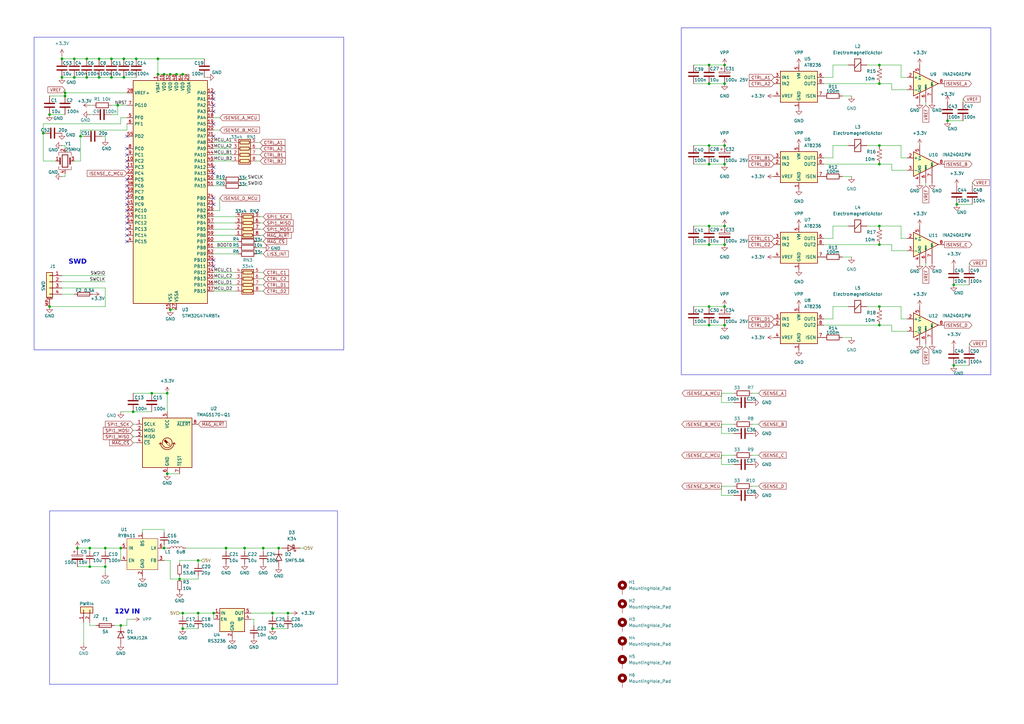
<source format=kicad_sch>
(kicad_sch (version 20250114) (generator "eeschema") (generator_version "9.0")
  (paper "A3")
  (rectangle (start 13.97 15.24) (end 140.97 143.51))
  (rectangle (start 20.32 209.55) (end 138.43 280.67))
  (rectangle (start 279.4 11.43) (end 406.4 153.67))
  (text "12V IN" (at 46.99 252.73 0) (effects (font (size 2 2) (thickness 0.4) (bold yes)) (justify left bottom)))
  (text "SWD" (at 35.56 109.22 0) (effects (font (size 2 2) (thickness 0.4) (bold yes)) (justify right bottom)))
  (junction (at 26.67 39.37))
  (junction (at 45.72 31.75))
  (junction (at 297.18 100.33))
  (junction (at 360.68 67.31))
  (junction (at 25.4 31.75))
  (junction (at 73.66 237.49))
  (junction (at 297.18 67.31))
  (junction (at 68.58 194.31))
  (junction (at 290.83 125.73))
  (junction (at 81.28 229.87))
  (junction (at 290.83 92.71))
  (junction (at 290.83 34.29))
  (junction (at 92.71 224.79))
  (junction (at 360.68 133.35))
  (junction (at 297.18 133.35))
  (junction (at 360.68 100.33))
  (junction (at 67.31 30.48))
  (junction (at 68.58 161.29))
  (junction (at 69.85 127))
  (junction (at 69.85 30.48))
  (junction (at 64.77 30.48))
  (junction (at 67.31 224.79))
  (junction (at 48.26 43.18))
  (junction (at 114.3 224.79))
  (junction (at 107.95 224.79))
  (junction (at 290.83 133.35))
  (junction (at 297.18 125.73))
  (junction (at 100.33 224.79))
  (junction (at 43.18 232.41))
  (junction (at 26.67 38.1))
  (junction (at 64.77 24.13))
  (junction (at 31.75 224.79))
  (junction (at 391.16 149.86))
  (junction (at 74.93 257.81))
  (junction (at 30.48 24.13))
  (junction (at 72.39 30.48))
  (junction (at 45.72 24.13))
  (junction (at 30.48 31.75))
  (junction (at 50.8 24.13))
  (junction (at 74.93 30.48))
  (junction (at 297.18 59.69))
  (junction (at 360.68 34.29))
  (junction (at 81.28 251.46))
  (junction (at 118.11 251.46))
  (junction (at 36.83 224.79))
  (junction (at 74.93 251.46))
  (junction (at 360.68 59.69))
  (junction (at 388.62 49.53))
  (junction (at 360.68 92.71))
  (junction (at 40.64 31.75))
  (junction (at 35.56 31.75))
  (junction (at 43.18 224.79))
  (junction (at 297.18 26.67))
  (junction (at 20.32 125.73))
  (junction (at 297.18 92.71))
  (junction (at 87.63 251.46))
  (junction (at 392.43 83.82))
  (junction (at 391.16 116.84))
  (junction (at 17.78 54.61))
  (junction (at 360.68 125.73))
  (junction (at 54.61 168.91))
  (junction (at 40.64 24.13))
  (junction (at 290.83 26.67))
  (junction (at 50.8 31.75))
  (junction (at 25.4 24.13))
  (junction (at 36.83 232.41))
  (junction (at 35.56 24.13))
  (junction (at 290.83 59.69))
  (junction (at 49.53 256.54))
  (junction (at 297.18 34.29))
  (junction (at 62.23 161.29))
  (junction (at 111.76 251.46))
  (junction (at 49.53 224.79))
  (junction (at 20.32 46.99))
  (junction (at 33.02 55.88))
  (junction (at 111.76 257.81))
  (junction (at 360.68 26.67))
  (junction (at 290.83 100.33))
  (junction (at 55.88 24.13))
  (junction (at 290.83 67.31))
  (no_connect (at 52.07 63.5))
  (no_connect (at 52.07 68.58))
  (no_connect (at 52.07 60.96))
  (no_connect (at 87.63 43.18))
  (no_connect (at 87.63 83.82))
  (no_connect (at 87.63 109.22))
  (no_connect (at 52.07 83.82))
  (no_connect (at 52.07 91.44))
  (no_connect (at 52.07 73.66))
  (no_connect (at 52.07 86.36))
  (no_connect (at 52.07 88.9))
  (no_connect (at 87.63 81.28))
  (no_connect (at 52.07 99.06))
  (no_connect (at 52.07 76.2))
  (no_connect (at 87.63 45.72))
  (no_connect (at 52.07 96.52))
  (no_connect (at 87.63 50.8))
  (no_connect (at 87.63 55.88))
  (no_connect (at 52.07 81.28))
  (no_connect (at 87.63 68.58))
  (no_connect (at 87.63 106.68))
  (no_connect (at 52.07 66.04))
  (no_connect (at 52.07 93.98))
  (no_connect (at 87.63 71.12))
  (no_connect (at 87.63 40.64))
  (no_connect (at 52.07 78.74))
  (no_connect (at 87.63 38.1))
  (no_connect (at 52.07 55.88))
  (wire (pts (xy 43.18 113.03) (xy 25.4 113.03)))
  (wire (pts (xy 391.16 116.84) (xy 397.51 116.84)))
  (wire (pts (xy 69.85 127) (xy 72.39 127)))
  (wire (pts (xy 290.83 92.71) (xy 297.18 92.71)))
  (wire (pts (xy 49.53 48.26) (xy 49.53 50.8)))
  (wire (pts (xy 73.66 237.49) (xy 73.66 236.22)))
  (wire (pts (xy 300.99 177.8) (xy 295.91 177.8)))
  (wire (pts (xy 87.63 76.2) (xy 91.44 76.2)))
  (wire (pts (xy 365.76 133.35) (xy 360.68 133.35)))
  (wire (pts (xy 365.76 36.83) (xy 365.76 34.29)))
  (wire (pts (xy 295.91 190.5) (xy 295.91 186.69)))
  (wire (pts (xy 369.57 130.81) (xy 372.11 130.81)))
  (wire (pts (xy 67.31 224.79) (xy 67.31 223.52)))
  (wire (pts (xy 102.87 254) (xy 104.14 254)))
  (wire (pts (xy 341.63 31.75) (xy 337.82 31.75)))
  (wire (pts (xy 311.15 161.29) (xy 308.61 161.29)))
  (wire (pts (xy 68.58 194.31) (xy 73.66 194.31)))
  (wire (pts (xy 91.44 73.66) (xy 87.63 73.66)))
  (wire (pts (xy 372.11 36.83) (xy 365.76 36.83)))
  (wire (pts (xy 20.32 39.37) (xy 26.67 39.37)))
  (wire (pts (xy 369.57 64.77) (xy 372.11 64.77)))
  (wire (pts (xy 74.93 252.73) (xy 74.93 251.46)))
  (wire (pts (xy 369.57 59.69) (xy 360.68 59.69)))
  (wire (pts (xy 284.48 26.67) (xy 290.83 26.67)))
  (wire (pts (xy 365.76 102.87) (xy 365.76 100.33)))
  (wire (pts (xy 118.11 251.46) (xy 119.38 251.46)))
  (wire (pts (xy 372.11 69.85) (xy 365.76 69.85)))
  (wire (pts (xy 45.72 24.13) (xy 50.8 24.13)))
  (wire (pts (xy 365.76 100.33) (xy 360.68 100.33)))
  (wire (pts (xy 87.63 88.9) (xy 96.52 88.9)))
  (wire (pts (xy 365.76 69.85) (xy 365.76 67.31)))
  (wire (pts (xy 106.68 66.04) (xy 105.41 66.04)))
  (wire (pts (xy 87.63 96.52) (xy 96.52 96.52)))
  (wire (pts (xy 54.61 179.07) (xy 55.88 179.07)))
  (wire (pts (xy 25.4 120.65) (xy 30.48 120.65)))
  (wire (pts (xy 87.63 101.6) (xy 97.79 101.6)))
  (wire (pts (xy 43.18 55.88) (xy 43.18 57.15)))
  (wire (pts (xy 379.73 76.2) (xy 379.73 74.93)))
  (wire (pts (xy 349.25 39.37) (xy 345.44 39.37)))
  (wire (pts (xy 73.66 229.87) (xy 73.66 231.14)))
  (wire (pts (xy 300.99 203.2) (xy 295.91 203.2)))
  (wire (pts (xy 284.48 59.69) (xy 290.83 59.69)))
  (wire (pts (xy 45.72 46.99) (xy 48.26 46.99)))
  (wire (pts (xy 290.83 133.35) (xy 297.18 133.35)))
  (wire (pts (xy 369.57 64.77) (xy 369.57 59.69)))
  (wire (pts (xy 26.67 59.69) (xy 26.67 60.96)))
  (wire (pts (xy 341.63 130.81) (xy 337.82 130.81)))
  (wire (pts (xy 123.19 224.79) (xy 124.46 224.79)))
  (wire (pts (xy 72.39 30.48) (xy 74.93 30.48)))
  (wire (pts (xy 347.98 59.69) (xy 341.63 59.69)))
  (wire (pts (xy 96.52 111.76) (xy 87.63 111.76)))
  (wire (pts (xy 81.28 251.46) (xy 81.28 252.73)))
  (wire (pts (xy 69.85 237.49) (xy 73.66 237.49)))
  (wire (pts (xy 107.95 224.79) (xy 107.95 226.06)))
  (wire (pts (xy 379.73 109.22) (xy 379.73 107.95)))
  (wire (pts (xy 341.63 92.71) (xy 341.63 97.79)))
  (wire (pts (xy 45.72 31.75) (xy 50.8 31.75)))
  (wire (pts (xy 295.91 199.39) (xy 300.99 199.39)))
  (wire (pts (xy 25.4 24.13) (xy 30.48 24.13)))
  (wire (pts (xy 106.68 58.42) (xy 105.41 58.42)))
  (wire (pts (xy 388.62 49.53) (xy 394.97 49.53)))
  (wire (pts (xy 95.25 60.96) (xy 87.63 60.96)))
  (wire (pts (xy 67.31 217.17) (xy 67.31 218.44)))
  (wire (pts (xy 90.17 81.28) (xy 90.17 86.36)))
  (wire (pts (xy 67.31 224.79) (xy 68.58 224.79)))
  (wire (pts (xy 347.98 125.73) (xy 341.63 125.73)))
  (wire (pts (xy 68.58 161.29) (xy 68.58 168.91)))
  (wire (pts (xy 43.18 234.95) (xy 43.18 232.41)))
  (wire (pts (xy 81.28 237.49) (xy 73.66 237.49)))
  (wire (pts (xy 54.61 173.99) (xy 55.88 173.99)))
  (wire (pts (xy 290.83 59.69) (xy 297.18 59.69)))
  (wire (pts (xy 35.56 24.13) (xy 40.64 24.13)))
  (wire (pts (xy 92.71 224.79) (xy 92.71 226.06)))
  (wire (pts (xy 111.76 251.46) (xy 118.11 251.46)))
  (wire (pts (xy 290.83 26.67) (xy 297.18 26.67)))
  (wire (pts (xy 20.32 46.99) (xy 26.67 46.99)))
  (wire (pts (xy 35.56 31.75) (xy 40.64 31.75)))
  (wire (pts (xy 337.82 34.29) (xy 360.68 34.29)))
  (wire (pts (xy 50.8 24.13) (xy 55.88 24.13)))
  (wire (pts (xy 36.83 256.54) (xy 36.83 255.27)))
  (wire (pts (xy 397.51 107.95) (xy 397.51 109.22)))
  (wire (pts (xy 295.91 173.99) (xy 300.99 173.99)))
  (wire (pts (xy 337.82 100.33) (xy 360.68 100.33)))
  (wire (pts (xy 83.82 31.75) (xy 85.09 31.75)))
  (wire (pts (xy 36.83 224.79) (xy 36.83 226.06)))
  (wire (pts (xy 73.66 251.46) (xy 74.93 251.46)))
  (wire (pts (xy 290.83 100.33) (xy 297.18 100.33)))
  (wire (pts (xy 45.72 43.18) (xy 48.26 43.18)))
  (wire (pts (xy 40.64 31.75) (xy 45.72 31.75)))
  (wire (pts (xy 369.57 31.75) (xy 372.11 31.75)))
  (wire (pts (xy 25.4 31.75) (xy 30.48 31.75)))
  (wire (pts (xy 365.76 135.89) (xy 365.76 133.35)))
  (wire (pts (xy 107.95 224.79) (xy 114.3 224.79)))
  (wire (pts (xy 52.07 48.26) (xy 49.53 48.26)))
  (wire (pts (xy 67.31 30.48) (xy 69.85 30.48)))
  (wire (pts (xy 295.91 161.29) (xy 300.99 161.29)))
  (wire (pts (xy 295.91 203.2) (xy 295.91 199.39)))
  (wire (pts (xy 25.4 118.11) (xy 43.18 118.11)))
  (wire (pts (xy 43.18 115.57) (xy 25.4 115.57)))
  (wire (pts (xy 96.52 114.3) (xy 87.63 114.3)))
  (wire (pts (xy 20.32 125.73) (xy 43.18 125.73)))
  (wire (pts (xy 392.43 83.82) (xy 398.78 83.82)))
  (wire (pts (xy 100.33 224.79) (xy 100.33 226.06)))
  (wire (pts (xy 99.06 76.2) (xy 101.6 76.2)))
  (wire (pts (xy 30.48 66.04) (xy 33.02 66.04)))
  (wire (pts (xy 54.61 176.53) (xy 55.88 176.53)))
  (wire (pts (xy 284.48 34.29) (xy 290.83 34.29)))
  (wire (pts (xy 26.67 72.39) (xy 25.4 72.39)))
  (wire (pts (xy 349.25 138.43) (xy 345.44 138.43)))
  (wire (pts (xy 62.23 161.29) (xy 68.58 161.29)))
  (wire (pts (xy 290.83 34.29) (xy 297.18 34.29)))
  (wire (pts (xy 30.48 24.13) (xy 35.56 24.13)))
  (wire (pts (xy 106.68 60.96) (xy 105.41 60.96)))
  (wire (pts (xy 49.53 168.91) (xy 54.61 168.91)))
  (wire (pts (xy 284.48 67.31) (xy 290.83 67.31)))
  (wire (pts (xy 48.26 46.99) (xy 48.26 43.18)))
  (wire (pts (xy 17.78 54.61) (xy 17.78 66.04)))
  (wire (pts (xy 107.95 114.3) (xy 106.68 114.3)))
  (wire (pts (xy 102.87 251.46) (xy 111.76 251.46)))
  (wire (pts (xy 347.98 26.67) (xy 341.63 26.67)))
  (wire (pts (xy 90.17 86.36) (xy 87.63 86.36)))
  (wire (pts (xy 300.99 165.1) (xy 295.91 165.1)))
  (wire (pts (xy 81.28 229.87) (xy 81.28 231.14)))
  (wire (pts (xy 52.07 254) (xy 52.07 256.54)))
  (wire (pts (xy 111.76 257.81) (xy 118.11 257.81)))
  (wire (pts (xy 360.68 92.71) (xy 355.6 92.71)))
  (wire (pts (xy 369.57 26.67) (xy 360.68 26.67)))
  (wire (pts (xy 36.83 232.41) (xy 43.18 232.41)))
  (wire (pts (xy 25.4 22.86) (xy 25.4 24.13)))
  (wire (pts (xy 26.67 38.1) (xy 26.67 39.37)))
  (wire (pts (xy 337.82 133.35) (xy 360.68 133.35)))
  (wire (pts (xy 369.57 97.79) (xy 372.11 97.79)))
  (wire (pts (xy 101.6 73.66) (xy 99.06 73.66)))
  (wire (pts (xy 33.02 53.34) (xy 52.07 53.34)))
  (wire (pts (xy 341.63 64.77) (xy 337.82 64.77)))
  (wire (pts (xy 43.18 118.11) (xy 43.18 125.73)))
  (wire (pts (xy 341.63 26.67) (xy 341.63 31.75)))
  (wire (pts (xy 54.61 181.61) (xy 55.88 181.61)))
  (wire (pts (xy 69.85 229.87) (xy 69.85 237.49)))
  (wire (pts (xy 107.95 99.06) (xy 105.41 99.06)))
  (wire (pts (xy 54.61 168.91) (xy 62.23 168.91)))
  (wire (pts (xy 36.83 43.18) (xy 38.1 43.18)))
  (wire (pts (xy 347.98 92.71) (xy 341.63 92.71)))
  (wire (pts (xy 48.26 43.18) (xy 52.07 43.18)))
  (wire (pts (xy 295.91 186.69) (xy 300.99 186.69)))
  (wire (pts (xy 64.77 24.13) (xy 64.77 30.48)))
  (wire (pts (xy 33.02 53.34) (xy 33.02 55.88)))
  (wire (pts (xy 69.85 30.48) (xy 72.39 30.48)))
  (wire (pts (xy 52.07 256.54) (xy 49.53 256.54)))
  (wire (pts (xy 290.83 67.31) (xy 297.18 67.31)))
  (wire (pts (xy 67.31 229.87) (xy 69.85 229.87)))
  (wire (pts (xy 36.83 256.54) (xy 39.37 256.54)))
  (wire (pts (xy 118.11 251.46) (xy 118.11 252.73)))
  (wire (pts (xy 284.48 125.73) (xy 290.83 125.73)))
  (wire (pts (xy 284.48 100.33) (xy 290.83 100.33)))
  (wire (pts (xy 341.63 97.79) (xy 337.82 97.79)))
  (wire (pts (xy 337.82 67.31) (xy 360.68 67.31)))
  (wire (pts (xy 369.57 31.75) (xy 369.57 26.67)))
  (wire (pts (xy 284.48 133.35) (xy 290.83 133.35)))
  (wire (pts (xy 284.48 92.71) (xy 290.83 92.71)))
  (wire (pts (xy 81.28 229.87) (xy 73.66 229.87)))
  (wire (pts (xy 106.68 93.98) (xy 107.95 93.98)))
  (wire (pts (xy 365.76 34.29) (xy 360.68 34.29)))
  (wire (pts (xy 40.64 24.13) (xy 45.72 24.13)))
  (wire (pts (xy 43.18 224.79) (xy 49.53 224.79)))
  (wire (pts (xy 46.99 256.54) (xy 49.53 256.54)))
  (wire (pts (xy 107.95 119.38) (xy 106.68 119.38)))
  (wire (pts (xy 96.52 119.38) (xy 87.63 119.38)))
  (wire (pts (xy 26.67 59.69) (xy 25.4 59.69)))
  (wire (pts (xy 36.83 224.79) (xy 31.75 224.79)))
  (wire (pts (xy 82.55 229.87) (xy 81.28 229.87)))
  (wire (pts (xy 26.67 72.39) (xy 26.67 71.12)))
  (wire (pts (xy 341.63 125.73) (xy 341.63 130.81)))
  (wire (pts (xy 105.41 104.14) (xy 107.95 104.14)))
  (wire (pts (xy 398.78 74.93) (xy 398.78 76.2)))
  (wire (pts (xy 74.93 257.81) (xy 81.28 257.81)))
  (wire (pts (xy 391.16 149.86) (xy 397.51 149.86)))
  (wire (pts (xy 107.95 116.84) (xy 106.68 116.84)))
  (wire (pts (xy 365.76 67.31) (xy 360.68 67.31)))
  (wire (pts (xy 372.11 102.87) (xy 365.76 102.87)))
  (wire (pts (xy 34.29 255.27) (xy 34.29 264.16)))
  (wire (pts (xy 81.28 236.22) (xy 81.28 237.49)))
  (wire (pts (xy 311.15 173.99) (xy 308.61 173.99)))
  (wire (pts (xy 30.48 31.75) (xy 35.56 31.75)))
  (wire (pts (xy 81.28 251.46) (xy 87.63 251.46)))
  (wire (pts (xy 64.77 24.13) (xy 83.82 24.13)))
  (wire (pts (xy 43.18 224.79) (xy 43.18 226.06)))
  (wire (pts (xy 43.18 232.41) (xy 43.18 231.14)))
  (wire (pts (xy 64.77 30.48) (xy 67.31 30.48)))
  (wire (pts (xy 36.83 232.41) (xy 36.83 231.14)))
  (wire (pts (xy 369.57 97.79) (xy 369.57 92.71)))
  (wire (pts (xy 52.07 53.34) (xy 52.07 50.8)))
  (wire (pts (xy 87.63 93.98) (xy 96.52 93.98)))
  (wire (pts (xy 17.78 50.8) (xy 17.78 54.61)))
  (wire (pts (xy 90.17 48.26) (xy 87.63 48.26)))
  (wire (pts (xy 43.18 55.88) (xy 41.91 55.88)))
  (wire (pts (xy 36.83 46.99) (xy 38.1 46.99)))
  (wire (pts (xy 311.15 186.69) (xy 308.61 186.69)))
  (wire (pts (xy 92.71 224.79) (xy 100.33 224.79)))
  (wire (pts (xy 97.79 99.06) (xy 87.63 99.06)))
  (wire (pts (xy 379.73 142.24) (xy 379.73 140.97)))
  (wire (pts (xy 74.93 251.46) (xy 81.28 251.46)))
  (wire (pts (xy 106.68 91.44) (xy 107.95 91.44)))
  (wire (pts (xy 106.68 88.9) (xy 107.95 88.9)))
  (wire (pts (xy 36.83 224.79) (xy 43.18 224.79)))
  (wire (pts (xy 76.2 224.79) (xy 92.71 224.79)))
  (wire (pts (xy 52.07 254) (xy 54.61 254)))
  (wire (pts (xy 372.11 135.89) (xy 365.76 135.89)))
  (wire (pts (xy 50.8 31.75) (xy 55.88 31.75)))
  (wire (pts (xy 360.68 59.69) (xy 355.6 59.69)))
  (wire (pts (xy 87.63 91.44) (xy 96.52 91.44)))
  (wire (pts (xy 394.97 40.64) (xy 394.97 41.91)))
  (wire (pts (xy 111.76 251.46) (xy 111.76 252.73)))
  (wire (pts (xy 360.68 125.73) (xy 355.6 125.73)))
  (wire (pts (xy 22.86 66.04) (xy 17.78 66.04)))
  (wire (pts (xy 34.29 55.88) (xy 33.02 55.88)))
  (wire (pts (xy 90.17 53.34) (xy 87.63 53.34)))
  (wire (pts (xy 295.91 177.8) (xy 295.91 173.99)))
  (wire (pts (xy 107.95 101.6) (xy 105.41 101.6)))
  (wire (pts (xy 74.93 30.48) (xy 77.47 30.48)))
  (wire (pts (xy 397.51 140.97) (xy 397.51 142.24)))
  (wire (pts (xy 369.57 125.73) (xy 360.68 125.73)))
  (wire (pts (xy 114.3 224.79) (xy 115.57 224.79)))
  (wire (pts (xy 87.63 104.14) (xy 97.79 104.14)))
  (wire (pts (xy 107.95 111.76) (xy 106.68 111.76)))
  (wire (pts (xy 295.91 165.1) (xy 295.91 161.29)))
  (wire (pts (xy 104.14 254) (xy 104.14 256.54)))
  (wire (pts (xy 31.75 232.41) (xy 36.83 232.41)))
  (wire (pts (xy 311.15 199.39) (xy 308.61 199.39)))
  (wire (pts (xy 17.78 50.8) (xy 49.53 50.8)))
  (wire (pts (xy 341.63 59.69) (xy 341.63 64.77)))
  (wire (pts (xy 349.25 105.41) (xy 345.44 105.41)))
  (wire (pts (xy 379.73 43.18) (xy 379.73 41.91)))
  (wire (pts (xy 349.25 72.39) (xy 345.44 72.39)))
  (wire (pts (xy 95.25 66.04) (xy 87.63 66.04)))
  (wire (pts (xy 100.33 224.79) (xy 107.95 224.79)))
  (wire (pts (xy 106.68 96.52) (xy 107.95 96.52)))
  (wire (pts (xy 369.57 92.71) (xy 360.68 92.71)))
  (wire (pts (xy 58.42 217.17) (xy 67.31 217.17)))
  (wire (pts (xy 26.67 36.83) (xy 26.67 38.1)))
  (wire (pts (xy 96.52 116.84) (xy 87.63 116.84)))
  (wire (pts (xy 106.68 63.5) (xy 105.41 63.5)))
  (wire (pts (xy 95.25 58.42) (xy 87.63 58.42)))
  (wire (pts (xy 54.61 161.29) (xy 62.23 161.29)))
  (wire (pts (xy 58.42 218.44) (xy 58.42 217.17)))
  (wire (pts (xy 300.99 190.5) (xy 295.91 190.5)))
  (wire (pts (xy 360.68 26.67) (xy 355.6 26.67)))
  (wire (pts (xy 55.88 24.13) (xy 64.77 24.13)))
  (wire (pts (xy 87.63 251.46) (xy 87.63 254)))
  (wire (pts (xy 369.57 130.81) (xy 369.57 125.73)))
  (wire (pts (xy 49.53 224.79) (xy 49.53 229.87)))
  (wire (pts (xy 290.83 125.73) (xy 297.18 125.73)))
  (wire (pts (xy 33.02 55.88) (xy 33.02 66.04)))
  (wire (pts (xy 26.67 38.1) (xy 52.07 38.1)))
  (wire (pts (xy 87.63 63.5) (xy 95.25 63.5)))
  (label "MCU_C2" (at 87.63 114.3 0))
  (label "SWDIO" (at 101.6 76.2 0))
  (label "MCU_C1" (at 87.63 111.76 0))
  (label "MCU_A1" (at 87.63 58.42 0))
  (label "SWCLK" (at 101.6 73.66 0))
  (label "MCU_D2" (at 87.63 119.38 0))
  (label "MCU_B2" (at 87.63 66.04 0))
  (label "SWDIO" (at 43.18 113.03 180))
  (label "MCU_B1" (at 87.63 63.5 0))
  (label "MCU_A2" (at 87.63 60.96 0))
  (label "NRST" (at 52.07 43.18 180))
  (label "SWCLK" (at 43.18 115.57 180))
  (label "MCU_D1" (at 87.63 116.84 0))
  (label "BOOT0" (at 88.9 101.6 0))
  (global_label "CTRL_A2" (shape input) (at 317.5 34.29 180) (property "Intersheetrefs" "${INTERSHEET_REFS}" (effects (hide yes))))
  (global_label "CTRL_A2" (shape input) (at 106.68 60.96 0) (property "Intersheetrefs" "${INTERSHEET_REFS}" (effects (hide yes))))
  (global_label "CTRL_D2" (shape input) (at 107.95 119.38 0) (property "Intersheetrefs" "${INTERSHEET_REFS}" (effects (hide yes))))
  (global_label "ISENSE_A" (shape output) (at 387.35 34.29 0) (property "Intersheetrefs" "${INTERSHEET_REFS}" (effects (hide yes))))
  (global_label "CTRL_C1" (shape input) (at 107.95 111.76 0) (property "Intersheetrefs" "${INTERSHEET_REFS}" (effects (hide yes))))
  (global_label "ISENSE_D_MCU" (shape input) (at 90.17 81.28 0) (property "Intersheetrefs" "${INTERSHEET_REFS}" (effects (hide yes))))
  (global_label "SPI1_MOSI" (shape input) (at 54.61 176.53 180) (property "Intersheetrefs" "${INTERSHEET_REFS}" (effects (hide yes))))
  (global_label "VREF" (shape input) (at 397.51 140.97 0) (property "Intersheetrefs" "${INTERSHEET_REFS}" (effects (hide yes))))
  (global_label "CTRL_D1" (shape input) (at 107.95 116.84 0) (property "Intersheetrefs" "${INTERSHEET_REFS}" (effects (hide yes))))
  (global_label "VREF" (shape input) (at 379.73 109.22 270) (property "Intersheetrefs" "${INTERSHEET_REFS}" (effects (hide yes))))
  (global_label "SPI1_MISO" (shape input) (at 107.95 91.44 0) (property "Intersheetrefs" "${INTERSHEET_REFS}" (effects (hide yes))))
  (global_label "SPI1_SCK" (shape input) (at 107.95 88.9 0) (property "Intersheetrefs" "${INTERSHEET_REFS}" (effects (hide yes))))
  (global_label "ISENSE_B_MCU" (shape output) (at 295.91 173.99 180) (property "Intersheetrefs" "${INTERSHEET_REFS}" (effects (hide yes))))
  (global_label "CTRL_C2" (shape input) (at 107.95 114.3 0) (property "Intersheetrefs" "${INTERSHEET_REFS}" (effects (hide yes))))
  (global_label "ISENSE_C_MCU" (shape output) (at 295.91 186.69 180) (property "Intersheetrefs" "${INTERSHEET_REFS}" (effects (hide yes))))
  (global_label "VREF" (shape input) (at 397.51 107.95 0) (property "Intersheetrefs" "${INTERSHEET_REFS}" (effects (hide yes))))
  (global_label "SPI1_MISO" (shape input) (at 54.61 179.07 180) (property "Intersheetrefs" "${INTERSHEET_REFS}" (effects (hide yes))))
  (global_label "VREF" (shape input) (at 394.97 40.64 0) (property "Intersheetrefs" "${INTERSHEET_REFS}" (effects (hide yes))))
  (global_label "ISENSE_A_MCU" (shape output) (at 295.91 161.29 180) (property "Intersheetrefs" "${INTERSHEET_REFS}" (effects (hide yes))))
  (global_label "VREF" (shape input) (at 398.78 74.93 0) (property "Intersheetrefs" "${INTERSHEET_REFS}" (effects (hide yes))))
  (global_label "ISENSE_C" (shape output) (at 387.35 100.33 0) (property "Intersheetrefs" "${INTERSHEET_REFS}" (effects (hide yes))))
  (global_label "VREF" (shape input) (at 379.73 142.24 270) (property "Intersheetrefs" "${INTERSHEET_REFS}" (effects (hide yes))))
  (global_label "ISENSE_B" (shape input) (at 311.15 173.99 0) (property "Intersheetrefs" "${INTERSHEET_REFS}" (effects (hide yes))))
  (global_label "SPI1_SCK" (shape input) (at 54.61 173.99 180) (property "Intersheetrefs" "${INTERSHEET_REFS}" (effects (hide yes))))
  (global_label "~{MAG_CS}" (shape input) (at 54.61 181.61 180) (property "Intersheetrefs" "${INTERSHEET_REFS}" (effects (hide yes))))
  (global_label "SPI1_MOSI" (shape input) (at 107.95 93.98 0) (property "Intersheetrefs" "${INTERSHEET_REFS}" (effects (hide yes))))
  (global_label "VREF" (shape input) (at 26.67 36.83 180) (property "Intersheetrefs" "${INTERSHEET_REFS}" (effects (hide yes))))
  (global_label "LIS3_INT" (shape input) (at 107.95 104.14 0) (property "Intersheetrefs" "${INTERSHEET_REFS}" (effects (hide yes))))
  (global_label "~{MAG_CS}" (shape input) (at 107.95 99.06 0) (property "Intersheetrefs" "${INTERSHEET_REFS}" (effects (hide yes))))
  (global_label "CTRL_C1" (shape input) (at 317.5 97.79 180) (property "Intersheetrefs" "${INTERSHEET_REFS}" (effects (hide yes))))
  (global_label "ISENSE_C_MCU" (shape input) (at 52.07 71.12 180) (property "Intersheetrefs" "${INTERSHEET_REFS}" (effects (hide yes))))
  (global_label "VREF" (shape input) (at 379.73 76.2 270) (property "Intersheetrefs" "${INTERSHEET_REFS}" (effects (hide yes))))
  (global_label "ISENSE_B_MCU" (shape input) (at 90.17 53.34 0) (property "Intersheetrefs" "${INTERSHEET_REFS}" (effects (hide yes))))
  (global_label "CTRL_A1" (shape input) (at 317.5 31.75 180) (property "Intersheetrefs" "${INTERSHEET_REFS}" (effects (hide yes))))
  (global_label "CTRL_D2" (shape input) (at 317.5 133.35 180) (property "Intersheetrefs" "${INTERSHEET_REFS}" (effects (hide yes))))
  (global_label "VREF" (shape input) (at 379.73 43.18 270) (property "Intersheetrefs" "${INTERSHEET_REFS}" (effects (hide yes))))
  (global_label "CTRL_B2" (shape input) (at 317.5 67.31 180) (property "Intersheetrefs" "${INTERSHEET_REFS}" (effects (hide yes))))
  (global_label "~{MAG_ALRT}" (shape input) (at 107.95 96.52 0) (property "Intersheetrefs" "${INTERSHEET_REFS}" (effects (hide yes))))
  (global_label "CTRL_B1" (shape input) (at 317.5 64.77 180) (property "Intersheetrefs" "${INTERSHEET_REFS}" (effects (hide yes))))
  (global_label "~{MAG_ALRT}" (shape input) (at 81.28 173.99 0) (property "Intersheetrefs" "${INTERSHEET_REFS}" (effects (hide yes))))
  (global_label "CTRL_B1" (shape input) (at 106.68 63.5 0) (property "Intersheetrefs" "${INTERSHEET_REFS}" (effects (hide yes))))
  (global_label "ISENSE_C" (shape input) (at 311.15 186.69 0) (property "Intersheetrefs" "${INTERSHEET_REFS}" (effects (hide yes))))
  (global_label "ISENSE_D" (shape output) (at 387.35 133.35 0) (property "Intersheetrefs" "${INTERSHEET_REFS}" (effects (hide yes))))
  (global_label "CTRL_B2" (shape input) (at 106.68 66.04 0) (property "Intersheetrefs" "${INTERSHEET_REFS}" (effects (hide yes))))
  (global_label "CTRL_C2" (shape input) (at 317.5 100.33 180) (property "Intersheetrefs" "${INTERSHEET_REFS}" (effects (hide yes))))
  (global_label "ISENSE_D" (shape input) (at 311.15 199.39 0) (property "Intersheetrefs" "${INTERSHEET_REFS}" (effects (hide yes))))
  (global_label "ISENSE_A_MCU" (shape input) (at 90.17 48.26 0) (property "Intersheetrefs" "${INTERSHEET_REFS}" (effects (hide yes))))
  (global_label "ISENSE_D_MCU" (shape output) (at 295.91 199.39 180) (property "Intersheetrefs" "${INTERSHEET_REFS}" (effects (hide yes))))
  (global_label "ISENSE_A" (shape input) (at 311.15 161.29 0) (property "Intersheetrefs" "${INTERSHEET_REFS}" (effects (hide yes))))
  (global_label "CTRL_D1" (shape input) (at 317.5 130.81 180) (property "Intersheetrefs" "${INTERSHEET_REFS}" (effects (hide yes))))
  (global_label "ISENSE_B" (shape output) (at 387.35 67.31 0) (property "Intersheetrefs" "${INTERSHEET_REFS}" (effects (hide yes))))
  (global_label "CTRL_A1" (shape input) (at 106.68 58.42 0) (property "Intersheetrefs" "${INTERSHEET_REFS}" (effects (hide yes))))
  (hierarchical_label "5V" (shape input) (at 124.46 224.79 0))
  (hierarchical_label "5V" (shape input) (at 82.55 229.87 0))
  (hierarchical_label "5V" (shape input) (at 73.66 251.46 180))
  (symbol (lib_id "Device:ElectromagneticActor") (at 353.06 92.71 90) (unit 1)
    (property "Reference" "L4" (at 351.79 85.09 90))
    (property "Value" "ElectromagneticActor" (at 351.79 87.63 90))
    (property "Footprint" "Connector_JST:JST_PH_B2B-PH-K_1x02_P2.00mm_Vertical" (effects (hide yes)))
    (property "Description" "Electromagnetic actor" (effects (hide yes)))
  )
  (symbol (lib_id "power:GND") (at 377.19 74.93 0) (unit 1)
    (property "Reference" "#PWR062" (effects (hide yes)))
    (property "Value" "GND" (at 375.158 78.232 0))
    (property "Description" "Power symbol creates a global label with name \"GND\" , ground" (effects (hide yes)))
  )
  (symbol (lib_id "power:GND") (at 382.27 140.97 0) (mirror y) (unit 1)
    (property "Reference" "#PWR070" (effects (hide yes)))
    (property "Value" "GND" (at 384.302 144.272 0))
    (property "Description" "Power symbol creates a global label with name \"GND\" , ground" (effects (hide yes)))
  )
  (symbol (lib_id "power:+3.3V") (at 25.4 22.86 0) (unit 1)
    (property "Reference" "#PWR05" (effects (hide yes)))
    (property "Value" "+3.3V" (at 25.4 17.78 0))
    (property "Description" "Power symbol creates a global label with name \"+3.3V\"" (effects (hide yes)))
  )
  (symbol (lib_id "Device:C") (at 290.83 96.52 0) (unit 1)
    (property "Reference" "C29" (at 291.084 94.234 0) (effects (justify left)))
    (property "Value" "10u" (at 291.084 98.806 0) (effects (justify left)))
    (property "Footprint" "Capacitor_SMD:C_1206_3216Metric" (effects (hide yes)))
    (property "Description" "Unpolarized capacitor" (effects (hide yes)))
  )
  (symbol (lib_id "Device:C") (at 397.51 146.05 0) (unit 1)
    (property "Reference" "C50" (at 397.764 144.018 0) (effects (justify left)))
    (property "Value" "100n" (at 397.764 148.336 0) (effects (justify left)))
    (property "Footprint" "Capacitor_SMD:C_0603_1608Metric" (effects (hide yes)))
    (property "Description" "Unpolarized capacitor" (effects (hide yes)))
  )
  (symbol (lib_id "Device:R") (at 101.6 104.14 90) (mirror x) (unit 1)
    (property "Reference" "R6" (at 96.774 103.124 90))
    (property "Value" "33r" (at 105.918 103.378 90))
    (property "Footprint" "Resistor_SMD:R_0603_1608Metric" (effects (hide yes)))
    (property "Description" "Resistor" (effects (hide yes)))
  )
  (symbol (lib_id "Device:C_Small") (at 100.33 228.6 0) (unit 1)
    (property "Reference" "C22" (at 101.6 227.33 0) (effects (justify left)))
    (property "Value" "10u" (at 101.6 229.87 0) (effects (justify left)))
    (property "Footprint" "Capacitor_SMD:C_1206_3216Metric" (effects (hide yes)))
  )
  (symbol (lib_id "Diode:SMAJ24A") (at 49.53 260.35 270) (unit 1)
    (property "Reference" "D1" (at 52.07 259.0799 90) (effects (justify left)))
    (property "Value" "SMAJ12A" (at 52.07 261.6199 90) (effects (justify left)))
    (property "Footprint" "Diode_SMD:D_SMA" (effects (hide yes)))
    (property "Datasheet" "https://www.littelfuse.com/media?resourcetype=datasheets&itemid=75e32973-b177-4ee3-a0ff-cedaf1abdb93&filename=smaj-datasheet" (effects (hide yes)))
    (property "Description" "400W unidirectional Transient Voltage Suppressor, 24.0Vr, SMA(DO-214AC)" (effects (hide yes)))
  )
  (symbol (lib_id "Device:L") (at 72.39 224.79 90) (unit 1)
    (property "Reference" "L1" (at 68.834 226.314 90))
    (property "Value" "6u8" (at 74.168 226.314 90))
    (property "Footprint" "Inductor_SMD:L_Sunlord_MWSA0402S" (effects (hide yes)))
  )
  (symbol (lib_id "Device:C") (at 40.64 27.94 0) (unit 1)
    (property "Reference" "C8" (at 40.894 25.908 0) (effects (justify left)))
    (property "Value" "100n" (at 40.894 30.226 0) (effects (justify left)))
    (property "Footprint" "Capacitor_SMD:C_0603_1608Metric" (effects (hide yes)))
    (property "Description" "Unpolarized capacitor" (effects (hide yes)))
  )
  (symbol (lib_id "Device:C") (at 391.16 113.03 0) (unit 1)
    (property "Reference" "C45" (at 391.414 110.998 0) (effects (justify left)))
    (property "Value" "100n" (at 391.414 115.316 0) (effects (justify left)))
    (property "Footprint" "Capacitor_SMD:C_0603_1608Metric" (effects (hide yes)))
    (property "Description" "Unpolarized capacitor" (effects (hide yes)))
  )
  (symbol (lib_id "power:+3.3V") (at 391.16 142.24 0) (unit 1)
    (property "Reference" "#PWR077" (effects (hide yes)))
    (property "Value" "+3.3V" (at 391.16 137.16 0))
    (property "Description" "Power symbol creates a global label with name \"+3.3V\"" (effects (hide yes)))
  )
  (symbol (lib_id "Device:R") (at 304.8 173.99 270) (mirror x) (unit 1)
    (property "Reference" "R8" (at 307.848 171.704 90))
    (property "Value" "33" (at 302.26 171.704 90))
    (property "Footprint" "Resistor_SMD:R_0603_1608Metric" (effects (hide yes)))
    (property "Description" "Resistor" (effects (hide yes)))
  )
  (symbol (lib_id "power:VPP") (at 327.66 125.73 0) (unit 1)
    (property "Reference" "#PWR053" (effects (hide yes)))
    (property "Value" "VPP" (at 327.66 120.65 0))
    (property "Description" "Power symbol creates a global label with name \"VPP\"" (effects (hide yes)))
  )
  (symbol (lib_id "power:+3.3V") (at 68.58 161.29 0) (unit 1)
    (property "Reference" "#PWR016" (effects (hide yes)))
    (property "Value" "+3.3V" (at 68.58 156.21 0))
    (property "Description" "Power symbol creates a global label with name \"+3.3V\"" (effects (hide yes)))
  )
  (symbol (lib_id "power:GND") (at 43.18 57.15 0) (mirror y) (unit 1)
    (property "Reference" "#PWR080" (effects (hide yes)))
    (property "Value" "GND" (at 41.656 60.96 0) (effects (justify right)))
    (property "Description" "Power symbol creates a global label with name \"GND\" , ground" (effects (hide yes)))
  )
  (symbol (lib_id "power:+3.3V") (at 388.62 41.91 0) (unit 1)
    (property "Reference" "#PWR071" (effects (hide yes)))
    (property "Value" "+3.3V" (at 388.62 38.608 0))
    (property "Description" "Power symbol creates a global label with name \"+3.3V\"" (effects (hide yes)))
  )
  (symbol (lib_id "MCU_ST_STM32G4:STM32G474RBTx") (at 69.85 78.74 0) (unit 1)
    (property "Reference" "U3" (at 74.5333 127 0) (effects (justify left)))
    (property "Value" "STM32G474RBTx" (at 74.5333 129.54 0) (effects (justify left)))
    (property "Footprint" "Package_QFP:LQFP-64_10x10mm_P0.5mm" (effects (hide yes)))
    (property "Datasheet" "https://www.st.com/resource/en/datasheet/stm32g474rb.pdf" (effects (hide yes)))
    (property "Description" "STMicroelectronics Arm Cortex-M4 MCU, 128KB flash, 128KB RAM, 170 MHz, 1.71-3.6V, 52 GPIO, LQFP64" (effects (hide yes)))
  )
  (symbol (lib_id "power:GND") (at 25.4 59.69 270) (unit 1)
    (property "Reference" "#PWR03" (effects (hide yes)))
    (property "Value" "GND" (at 23.876 61.468 90) (effects (justify right)))
    (property "Description" "Power symbol creates a global label with name \"GND\" , ground" (effects (hide yes)))
  )
  (symbol (lib_id "power:VPP") (at 327.66 92.71 0) (unit 1)
    (property "Reference" "#PWR051" (effects (hide yes)))
    (property "Value" "VPP" (at 327.66 87.63 0))
    (property "Description" "Power symbol creates a global label with name \"VPP\"" (effects (hide yes)))
  )
  (symbol (lib_id "Device:D_Schottky") (at 119.38 224.79 180) (unit 1)
    (property "Reference" "D3" (at 119.6975 218.44 0))
    (property "Value" "K34" (at 119.6975 220.98 0))
    (property "Footprint" "Diode_SMD:D_SOD-123F" (effects (hide yes)))
    (property "Description" "Schottky diode" (effects (hide yes)))
  )
  (symbol (lib_id "Device:R") (at 341.63 39.37 270) (unit 1)
    (property "Reference" "R11" (at 341.63 35.56 90))
    (property "Value" "100m" (at 341.63 37.338 90))
    (property "Footprint" "Resistor_SMD:R_2512_6332Metric" (effects (hide yes)))
    (property "Description" "Resistor" (effects (hide yes)))
  )
  (symbol (lib_id "Device:C") (at 397.51 113.03 0) (unit 1)
    (property "Reference" "C49" (at 397.764 110.998 0) (effects (justify left)))
    (property "Value" "100n" (at 397.764 115.316 0) (effects (justify left)))
    (property "Footprint" "Capacitor_SMD:C_0603_1608Metric" (effects (hide yes)))
    (property "Description" "Unpolarized capacitor" (effects (hide yes)))
  )
  (symbol (lib_id "power:VPP") (at 297.18 92.71 0) (unit 1)
    (property "Reference" "#PWR035" (effects (hide yes)))
    (property "Value" "VPP" (at 297.18 87.63 0))
    (property "Description" "Power symbol creates a global label with name \"VPP\"" (effects (hide yes)))
  )
  (symbol (lib_id "Mechanical:MountingHole_Pad") (at 255.27 241.3 0) (unit 1) (exclude_from_sim yes) (in_bom no)
    (property "Reference" "H1" (at 257.81 238.7599 0) (effects (justify left)))
    (property "Value" "MountingHole_Pad" (at 257.81 241.2999 0) (effects (justify left)))
    (property "Footprint" "MountingHole:MountingHole_3.2mm_M3_DIN965_Pad_TopBottom" (effects (hide yes)))
    (property "Description" "Mounting Hole with connection" (effects (hide yes)))
  )
  (symbol (lib_id "Device:C") (at 290.83 63.5 0) (unit 1)
    (property "Reference" "C28" (at 291.084 61.214 0) (effects (justify left)))
    (property "Value" "10u" (at 291.084 65.786 0) (effects (justify left)))
    (property "Footprint" "Capacitor_SMD:C_1206_3216Metric" (effects (hide yes)))
    (property "Description" "Unpolarized capacitor" (effects (hide yes)))
  )
  (symbol (lib_id "Device:R") (at 95.25 73.66 90) (mirror x) (unit 1)
    (property "Reference" "R19" (at 90.424 72.644 90))
    (property "Value" "33r" (at 99.568 72.898 90))
    (property "Footprint" "Resistor_SMD:R_0603_1608Metric" (effects (hide yes)))
    (property "Description" "Resistor" (effects (hide yes)))
  )
  (symbol (lib_id "Device:Fuse") (at 43.18 256.54 90) (unit 1)
    (property "Reference" "F1" (at 43.18 254 90))
    (property "Value" "5A" (at 43.18 259.08 90))
    (property "Footprint" "Fuse:Fuse_1206_3216Metric" (effects (hide yes)))
  )
  (symbol (lib_id "power:GND") (at 104.14 261.62 0) (unit 1)
    (property "Reference" "#PWR025" (effects (hide yes)))
    (property "Value" "GND" (at 104.14 265.43 0))
  )
  (symbol (lib_id "Device:C") (at 35.56 27.94 0) (unit 1)
    (property "Reference" "C6" (at 35.814 25.908 0) (effects (justify left)))
    (property "Value" "100n" (at 35.814 30.226 0) (effects (justify left)))
    (property "Footprint" "Capacitor_SMD:C_0603_1608Metric" (effects (hide yes)))
    (property "Description" "Unpolarized capacitor" (effects (hide yes)))
  )
  (symbol (lib_id "Device:C_Small") (at 81.28 233.68 0) (unit 1)
    (property "Reference" "C20" (at 82.55 232.41 0) (effects (justify left)))
    (property "Value" "20p" (at 82.55 234.95 0) (effects (justify left)))
    (property "Footprint" "Capacitor_SMD:C_0603_1608Metric" (effects (hide yes)))
  )
  (symbol (lib_id "Device:C_Small") (at 74.93 255.27 0) (unit 1)
    (property "Reference" "C17" (at 76.2 254 0) (effects (justify left)))
    (property "Value" "10u" (at 76.2 256.54 0) (effects (justify left)))
    (property "Footprint" "Capacitor_SMD:C_0603_1608Metric" (effects (hide yes)))
  )
  (symbol (lib_id "Mechanical:MountingHole_Pad") (at 255.27 248.92 0) (unit 1) (exclude_from_sim yes) (in_bom no)
    (property "Reference" "H2" (at 257.81 246.3799 0) (effects (justify left)))
    (property "Value" "MountingHole_Pad" (at 257.81 248.9199 0) (effects (justify left)))
    (property "Footprint" "MountingHole:MountingHole_3.2mm_M3_DIN965_Pad_TopBottom" (effects (hide yes)))
    (property "Description" "Mounting Hole with connection" (effects (hide yes)))
  )
  (symbol (lib_id "Device:C") (at 20.32 43.18 0) (unit 1)
    (property "Reference" "C1" (at 20.828 41.148 0) (effects (justify left)))
    (property "Value" "10u" (at 21.082 45.72 0) (effects (justify left)))
    (property "Footprint" "Capacitor_SMD:C_0603_1608Metric" (effects (hide yes)))
    (property "Description" "Unpolarized capacitor" (effects (hide yes)))
  )
  (symbol (lib_id "Mechanical:MountingHole_Pad") (at 255.27 264.16 0) (unit 1) (exclude_from_sim yes) (in_bom no)
    (property "Reference" "H4" (at 257.81 261.6199 0) (effects (justify left)))
    (property "Value" "MountingHole_Pad" (at 257.81 264.1599 0) (effects (justify left)))
    (property "Footprint" "MountingHole:MountingHole_3.2mm_M3_DIN965_Pad_TopBottom" (effects (hide yes)))
    (property "Description" "Mounting Hole with connection" (effects (hide yes)))
  )
  (symbol (lib_id "Device:C_Small") (at 107.95 228.6 0) (unit 1)
    (property "Reference" "C24" (at 109.22 227.33 0) (effects (justify left)))
    (property "Value" "100u" (at 109.22 229.87 0) (effects (justify left)))
    (property "Footprint" "Capacitor_SMD:C_2220_5750Metric" (effects (hide yes)))
  )
  (symbol (lib_id "power:VPP") (at 297.18 125.73 0) (unit 1)
    (property "Reference" "#PWR037" (effects (hide yes)))
    (property "Value" "VPP" (at 297.18 120.65 0))
    (property "Description" "Power symbol creates a global label with name \"VPP\"" (effects (hide yes)))
  )
  (symbol (lib_id "Device:R_US") (at 360.68 63.5 0) (unit 1)
    (property "Reference" "R16" (at 357.378 62.23 0))
    (property "Value" "10m" (at 356.87 65.278 0))
    (property "Footprint" "Resistor_SMD:R_2512_6332Metric" (effects (hide yes)))
    (property "Description" "Resistor, US symbol" (effects (hide yes)))
  )
  (symbol (lib_id "power:GND") (at 85.09 31.75 90) (unit 1)
    (property "Reference" "#PWR021" (effects (hide yes)))
    (property "Value" "GND" (at 88.9 29.718 90))
    (property "Description" "Power symbol creates a global label with name \"GND\" , ground" (effects (hide yes)))
  )
  (symbol (lib_id "power:GND") (at 349.25 105.41 0) (unit 1)
    (property "Reference" "#PWR057" (effects (hide yes)))
    (property "Value" "GND" (at 349.25 110.49 0))
    (property "Description" "Power symbol creates a global label with name \"GND\" , ground" (effects (hide yes)))
  )
  (symbol (lib_id "Device:C") (at 391.16 146.05 0) (unit 1)
    (property "Reference" "C46" (at 391.414 144.018 0) (effects (justify left)))
    (property "Value" "100n" (at 391.414 148.336 0) (effects (justify left)))
    (property "Footprint" "Capacitor_SMD:C_0603_1608Metric" (effects (hide yes)))
    (property "Description" "Unpolarized capacitor" (effects (hide yes)))
  )
  (symbol (lib_id "Device:C_Small") (at 36.83 228.6 0) (unit 1)
    (property "Reference" "C7" (at 38.1 227.33 0) (effects (justify left)))
    (property "Value" "10u" (at 38.1 229.87 0) (effects (justify left)))
    (property "Footprint" "Capacitor_SMD:C_1206_3216Metric" (effects (hide yes)))
  )
  (symbol (lib_id "power:GND") (at 382.27 74.93 0) (mirror y) (unit 1)
    (property "Reference" "#PWR068" (effects (hide yes)))
    (property "Value" "GND" (at 384.302 78.232 0))
    (property "Description" "Power symbol creates a global label with name \"GND\" , ground" (effects (hide yes)))
  )
  (symbol (lib_id "Device:Fuse") (at 34.29 120.65 90) (unit 1)
    (property "Reference" "F2" (at 32.258 119.126 90))
    (property "Value" "0.5A" (at 36.576 119.126 90))
    (property "Footprint" "Fuse:Fuse_1206_3216Metric" (effects (hide yes)))
    (property "Description" "Fuse" (effects (hide yes)))
  )
  (symbol (lib_id "power:GND") (at 327.66 77.47 0) (unit 1)
    (property "Reference" "#PWR050" (effects (hide yes)))
    (property "Value" "GND" (at 327.66 82.55 0))
    (property "Description" "Power symbol creates a global label with name \"GND\" , ground" (effects (hide yes)))
  )
  (symbol (lib_id "Device:R_US") (at 360.68 129.54 0) (unit 1)
    (property "Reference" "R18" (at 357.378 128.27 0))
    (property "Value" "10m" (at 356.87 131.318 0))
    (property "Footprint" "Resistor_SMD:R_2512_6332Metric" (effects (hide yes)))
    (property "Description" "Resistor, US symbol" (effects (hide yes)))
  )
  (symbol (lib_id "power:+3.3V") (at 317.5 138.43 90) (unit 1)
    (property "Reference" "#PWR046" (effects (hide yes)))
    (property "Value" "+3.3V" (at 313.69 138.4299 90) (effects (justify left)))
    (property "Description" "Power symbol creates a global label with name \"+3.3V\"" (effects (hide yes)))
  )
  (symbol (lib_id "power:GND") (at 297.18 133.35 0) (unit 1)
    (property "Reference" "#PWR038" (effects (hide yes)))
    (property "Value" "GND" (at 297.18 138.43 0))
    (property "Description" "Power symbol creates a global label with name \"GND\" , ground" (effects (hide yes)))
  )
  (symbol (lib_id "Device:C") (at 41.91 46.99 90) (unit 1)
    (property "Reference" "C9" (at 40.894 45.72 90) (effects (justify left)))
    (property "Value" "100n" (at 48.006 45.72 90) (effects (justify left)))
    (property "Footprint" "Capacitor_SMD:C_0603_1608Metric" (effects (hide yes)))
    (property "Description" "Unpolarized capacitor" (effects (hide yes)))
  )
  (symbol (lib_id "power:GND") (at 308.61 190.5 90) (mirror x) (unit 1)
    (property "Reference" "#PWR041" (effects (hide yes)))
    (property "Value" "GND" (at 312.42 190.4999 90) (effects (justify right)))
    (property "Description" "Power symbol creates a global label with name \"GND\" , ground" (effects (hide yes)))
  )
  (symbol (lib_id "Device:C") (at 38.1 55.88 90) (unit 1)
    (property "Reference" "C51" (at 37.084 54.61 90) (effects (justify left)))
    (property "Value" "20p" (at 44.196 54.61 90) (effects (justify left)))
    (property "Footprint" "Capacitor_SMD:C_0603_1608Metric" (effects (hide yes)))
    (property "Description" "Unpolarized capacitor" (effects (hide yes)))
  )
  (symbol (lib_id "Device:R_Pack04") (at 101.6 114.3 270) (mirror x) (unit 1)
    (property "Reference" "RN3" (at 101.6 106.68 90))
    (property "Value" "33x4" (at 101.6 109.22 90))
    (property "Footprint" "Resistor_SMD:R_Array_Convex_4x0603" (effects (hide yes)))
    (property "Description" "4 resistor network, parallel topology" (effects (hide yes)))
  )
  (symbol (lib_id "power:+3.3V") (at 38.1 120.65 270) (unit 1)
    (property "Reference" "#PWR079" (effects (hide yes)))
    (property "Value" "+3.3V" (at 37.084 122.428 90) (effects (justify left)))
    (property "Description" "Power symbol creates a global label with name \"+3.3V\"" (effects (hide yes)))
  )
  (symbol (lib_id "Device:R_US") (at 360.68 96.52 0) (unit 1)
    (property "Reference" "R17" (at 357.378 95.25 0))
    (property "Value" "10m" (at 356.87 98.298 0))
    (property "Footprint" "Resistor_SMD:R_2512_6332Metric" (effects (hide yes)))
    (property "Description" "Resistor, US symbol" (effects (hide yes)))
  )
  (symbol (lib_id "power:GND") (at 297.18 67.31 0) (unit 1)
    (property "Reference" "#PWR034" (effects (hide yes)))
    (property "Value" "GND" (at 297.18 72.39 0))
    (property "Description" "Power symbol creates a global label with name \"GND\" , ground" (effects (hide yes)))
  )
  (symbol (lib_id "power:GND") (at 69.85 127 0) (mirror y) (unit 1)
    (property "Reference" "#PWR018" (effects (hide yes)))
    (property "Value" "GND" (at 69.85 130.81 0))
  )
  (symbol (lib_id "Driver_Motor:DRV8870DDA") (at 327.66 133.35 0) (unit 1)
    (property "Reference" "U8" (at 329.8033 123.19 0) (effects (justify left)))
    (property "Value" "AT8236" (at 329.8033 125.73 0) (effects (justify left)))
    (property "Footprint" "Package_SO:Texas_HTSOP-8-1EP_3.9x4.9mm_P1.27mm_EP2.95x4.9mm_Mask2.4x3.1mm_ThermalVias" (effects (hide yes)))
    (property "Datasheet" "http://www.ti.com/lit/ds/symlink/drv8870.pdf" (effects (hide yes)))
    (property "Description" "Brushed DC Motor Driver, PWM Control, 45V, 3.6A, Dynamic current limiting, HTSOP-8" (effects (hide yes)))
  )
  (symbol (lib_id "Device:C") (at 45.72 27.94 0) (unit 1)
    (property "Reference" "C11" (at 45.974 25.908 0) (effects (justify left)))
    (property "Value" "10u" (at 45.974 30.226 0) (effects (justify left)))
    (property "Footprint" "Capacitor_SMD:C_0603_1608Metric" (effects (hide yes)))
    (property "Description" "Unpolarized capacitor" (effects (hide yes)))
  )
  (symbol (lib_id "Device:R") (at 95.25 76.2 90) (mirror x) (unit 1)
    (property "Reference" "R20" (at 90.424 75.184 90))
    (property "Value" "33r" (at 99.568 75.438 90))
    (property "Footprint" "Resistor_SMD:R_0603_1608Metric" (effects (hide yes)))
    (property "Description" "Resistor" (effects (hide yes)))
  )
  (symbol (lib_id "power:GND") (at 73.66 242.57 0) (unit 1)
    (property "Reference" "#PWR020" (effects (hide yes)))
    (property "Value" "GND" (at 73.66 246.38 0))
  )
  (symbol (lib_id "Device:C_Small") (at 104.14 259.08 0) (unit 1)
    (property "Reference" "C23" (at 105.41 257.81 0) (effects (justify left)))
    (property "Value" "10n" (at 105.41 260.35 0) (effects (justify left)))
    (property "Footprint" "Capacitor_SMD:C_0603_1608Metric" (effects (hide yes)))
  )
  (symbol (lib_id "Sensor_Magnetic:TMAG5170-Q1") (at 68.58 181.61 0) (unit 1)
    (property "Reference" "U2" (at 87.63 167.5698 0))
    (property "Value" "TMAG5170-Q1" (at 87.63 170.1098 0))
    (property "Footprint" "Package_SO:VSSOP-8_3x3mm_P0.65mm" (effects (hide yes)))
    (property "Datasheet" "https://www.ti.com/lit/ds/symlink/tmag5170-q1.pdf" (effects (hide yes)))
    (property "Description" "Magnetic 3-axis linear sensor, 12-bit, Automotive, SPI Interface, VSSOP-8" (effects (hide yes)))
  )
  (symbol (lib_id "Mechanical:MountingHole_Pad") (at 255.27 271.78 0) (unit 1) (exclude_from_sim yes) (in_bom no)
    (property "Reference" "H5" (at 257.81 269.2399 0) (effects (justify left)))
    (property "Value" "MountingHole_Pad" (at 257.81 271.7799 0) (effects (justify left)))
    (property "Footprint" "MountingHole:MountingHole_3.2mm_M3_DIN965_Pad_TopBottom" (effects (hide yes)))
    (property "Description" "Mounting Hole with connection" (effects (hide yes)))
  )
  (symbol (lib_id "Regulator_Linear:LDK130-12_SOT23_SOT353") (at 95.25 254 0) (unit 1)
    (property "Reference" "U4" (at 88.9 260.35 0))
    (property "Value" "RS3236" (at 88.9 262.89 0))
    (property "Footprint" "Package_TO_SOT_SMD:SOT-23-5" (effects (hide yes)))
    (property "Datasheet" "http://www.st.com/content/ccc/resource/technical/document/datasheet/29/10/f7/87/2f/66/47/f4/DM00076097.pdf/files/DM00076097.pdf/jcr:content/translations/en.DM00076097.pdf" (effects (hide yes)))
  )
  (symbol (lib_id "Mechanical:MountingHole_Pad") (at 255.27 279.4 0) (unit 1) (exclude_from_sim yes) (in_bom no)
    (property "Reference" "H6" (at 257.81 276.8599 0) (effects (justify left)))
    (property "Value" "MountingHole_Pad" (at 257.81 279.3999 0) (effects (justify left)))
    (property "Footprint" "MountingHole:MountingHole_3.2mm_M3_DIN965_Pad_TopBottom" (effects (hide yes)))
    (property "Description" "Mounting Hole with connection" (effects (hide yes)))
  )
  (symbol (lib_id "Device:R_Small") (at 73.66 240.03 0) (unit 1)
    (property "Reference" "R3" (at 74.93 238.76 0) (effects (justify left)))
    (property "Value" "10k" (at 74.93 241.3 0) (effects (justify left)))
    (property "Footprint" "Resistor_SMD:R_0603_1608Metric" (effects (hide yes)))
  )
  (symbol (lib_id "power:+3.3V") (at 317.5 105.41 90) (unit 1)
    (property "Reference" "#PWR045" (effects (hide yes)))
    (property "Value" "+3.3V" (at 313.69 105.4099 90) (effects (justify left)))
    (property "Description" "Power symbol creates a global label with name \"+3.3V\"" (effects (hide yes)))
  )
  (symbol (lib_id "Device:C") (at 83.82 27.94 0) (mirror y) (unit 1)
    (property "Reference" "C19" (at 83.566 25.908 0) (effects (justify left)))
    (property "Value" "100n" (at 83.566 30.226 0) (effects (justify left)))
    (property "Footprint" "Capacitor_SMD:C_0603_1608Metric" (effects (hide yes)))
    (property "Description" "Unpolarized capacitor" (effects (hide yes)))
  )
  (symbol (lib_id "Device:R") (at 304.8 161.29 270) (mirror x) (unit 1)
    (property "Reference" "R7" (at 307.848 159.004 90))
    (property "Value" "33" (at 302.26 159.004 90))
    (property "Footprint" "Resistor_SMD:R_0603_1608Metric" (effects (hide yes)))
    (property "Description" "Resistor" (effects (hide yes)))
  )
  (symbol (lib_id "power:GND") (at 308.61 177.8 90) (mirror x) (unit 1)
    (property "Reference" "#PWR040" (effects (hide yes)))
    (property "Value" "GND" (at 312.42 177.7999 90) (effects (justify right)))
    (property "Description" "Power symbol creates a global label with name \"GND\" , ground" (effects (hide yes)))
  )
  (symbol (lib_id "power:GND") (at 327.66 143.51 0) (unit 1)
    (property "Reference" "#PWR054" (effects (hide yes)))
    (property "Value" "GND" (at 327.66 148.59 0))
    (property "Description" "Power symbol creates a global label with name \"GND\" , ground" (effects (hide yes)))
  )
  (symbol (lib_id "Device:C") (at 392.43 80.01 0) (unit 1)
    (property "Reference" "C44" (at 392.684 77.978 0) (effects (justify left)))
    (property "Value" "100n" (at 392.684 82.296 0) (effects (justify left)))
    (property "Footprint" "Capacitor_SMD:C_0603_1608Metric" (effects (hide yes)))
    (property "Description" "Unpolarized capacitor" (effects (hide yes)))
  )
  (symbol (lib_id "RM24:SY8301") (at 58.42 227.33 0) (unit 1)
    (property "Reference" "U1" (at 49.53 217.17 0) (effects (justify left)))
    (property "Value" "RY8411" (at 48.26 219.71 0) (effects (justify left)))
    (property "Footprint" "Package_TO_SOT_SMD:SOT-23-6" (effects (hide yes)))
  )
  (symbol (lib_id "power:GND") (at 36.83 46.99 270) (mirror x) (unit 1)
    (property "Reference" "#PWR010" (effects (hide yes)))
    (property "Value" "GND" (at 37.084 49.276 90) (effects (justify right)))
    (property "Description" "Power symbol creates a global label with name \"GND\" , ground" (effects (hide yes)))
  )
  (symbol (lib_id "power:+3.3V") (at 36.83 43.18 90) (unit 1)
    (property "Reference" "#PWR09" (effects (hide yes)))
    (property "Value" "+3.3V" (at 37.592 41.402 90) (effects (justify left)))
    (property "Description" "Power symbol creates a global label with name \"+3.3V\"" (effects (hide yes)))
  )
  (symbol (lib_id "Mechanical:MountingHole_Pad") (at 255.27 256.54 0) (unit 1) (exclude_from_sim yes) (in_bom no)
    (property "Reference" "H3" (at 257.81 253.9999 0) (effects (justify left)))
    (property "Value" "MountingHole_Pad" (at 257.81 256.5399 0) (effects (justify left)))
    (property "Footprint" "MountingHole:MountingHole_3.2mm_M3_DIN965_Pad_TopBottom" (effects (hide yes)))
    (property "Description" "Mounting Hole with connection" (effects (hide yes)))
  )
  (symbol (lib_id "Device:C") (at 284.48 96.52 0) (unit 1)
    (property "Reference" "C41" (at 284.734 94.488 0) (effects (justify left)))
    (property "Value" "100n" (at 284.734 98.806 0) (effects (justify left)))
    (property "Footprint" "Capacitor_SMD:C_0603_1608Metric" (effects (hide yes)))
    (property "Description" "Unpolarized capacitor" (effects (hide yes)))
  )
  (symbol (lib_id "power:+3.3V") (at 377.19 59.69 0) (unit 1)
    (property "Reference" "#PWR061" (effects (hide yes)))
    (property "Value" "+3.3V" (at 377.19 54.61 0))
    (property "Description" "Power symbol creates a global label with name \"+3.3V\"" (effects (hide yes)))
  )
  (symbol (lib_id "Device:ElectromagneticActor") (at 353.06 26.67 90) (unit 1)
    (property "Reference" "L2" (at 351.79 19.05 90))
    (property "Value" "ElectromagneticActor" (at 351.79 21.59 90))
    (property "Footprint" "Connector_JST:JST_PH_B2B-PH-K_1x02_P2.00mm_Vertical" (effects (hide yes)))
    (property "Description" "Electromagnetic actor" (effects (hide yes)))
  )
  (symbol (lib_id "power:GND") (at 58.42 236.22 0) (unit 1)
    (property "Reference" "#PWR015" (effects (hide yes)))
    (property "Value" "GND" (at 58.42 240.03 0))
  )
  (symbol (lib_id "Amplifier_Current:INA240A1PW") (at 379.73 34.29 0) (unit 1)
    (property "Reference" "U9" (at 382.778 30.48 0))
    (property "Value" "INA240A1PW" (at 392.43 30.4098 0))
    (property "Footprint" "Package_SO:TSSOP-8_4.4x3mm_P0.65mm" (effects (hide yes)))
    (property "Datasheet" "http://www.ti.com/lit/ds/symlink/ina240.pdf" (effects (hide yes)))
    (property "Description" "High- and Low-Side, Bidirectional, Zero-Drift, Current-Sense Amplifier With Enhanced PWM Rejection, 20V/V, TSSOP-8" (effects (hide yes)))
  )
  (symbol (lib_id "power:GND") (at 349.25 39.37 0) (unit 1)
    (property "Reference" "#PWR055" (effects (hide yes)))
    (property "Value" "GND" (at 349.25 44.45 0))
    (property "Description" "Power symbol creates a global label with name \"GND\" , ground" (effects (hide yes)))
  )
  (symbol (lib_id "power:GND") (at 327.66 44.45 0) (unit 1)
    (property "Reference" "#PWR048" (effects (hide yes)))
    (property "Value" "GND" (at 327.66 49.53 0))
    (property "Description" "Power symbol creates a global label with name \"GND\" , ground" (effects (hide yes)))
  )
  (symbol (lib_id "power:GND") (at 107.95 101.6 90) (mirror x) (unit 1)
    (property "Reference" "#PWR026" (effects (hide yes)))
    (property "Value" "GND" (at 113.03 101.854 90))
  )
  (symbol (lib_id "Device:C") (at 284.48 30.48 0) (unit 1)
    (property "Reference" "C39" (at 284.734 28.448 0) (effects (justify left)))
    (property "Value" "100n" (at 284.734 32.766 0) (effects (justify left)))
    (property "Footprint" "Capacitor_SMD:C_0603_1608Metric" (effects (hide yes)))
    (property "Description" "Unpolarized capacitor" (effects (hide yes)))
  )
  (symbol (lib_id "Device:C") (at 290.83 30.48 0) (unit 1)
    (property "Reference" "C27" (at 291.084 28.194 0) (effects (justify left)))
    (property "Value" "10u" (at 291.084 32.766 0) (effects (justify left)))
    (property "Footprint" "Capacitor_SMD:C_1206_3216Metric" (effects (hide yes)))
    (property "Description" "Unpolarized capacitor" (effects (hide yes)))
  )
  (symbol (lib_id "power:GND") (at 25.4 54.61 0) (mirror y) (unit 1)
    (property "Reference" "#PWR081" (effects (hide yes)))
    (property "Value" "GND" (at 26.924 55.372 0) (effects (justify right)))
    (property "Description" "Power symbol creates a global label with name \"GND\" , ground" (effects (hide yes)))
  )
  (symbol (lib_id "Device:C") (at 290.83 129.54 0) (unit 1)
    (property "Reference" "C30" (at 291.084 127.254 0) (effects (justify left)))
    (property "Value" "10u" (at 291.084 131.826 0) (effects (justify left)))
    (property "Footprint" "Capacitor_SMD:C_1206_3216Metric" (effects (hide yes)))
    (property "Description" "Unpolarized capacitor" (effects (hide yes)))
  )
  (symbol (lib_id "Device:C") (at 284.48 63.5 0) (unit 1)
    (property "Reference" "C40" (at 284.734 61.468 0) (effects (justify left)))
    (property "Value" "100n" (at 284.734 65.786 0) (effects (justify left)))
    (property "Footprint" "Capacitor_SMD:C_0603_1608Metric" (effects (hide yes)))
    (property "Description" "Unpolarized capacitor" (effects (hide yes)))
  )
  (symbol (lib_id "Device:C") (at 55.88 27.94 0) (unit 1)
    (property "Reference" "C14" (at 56.134 25.908 0) (effects (justify left)))
    (property "Value" "100n" (at 56.134 30.226 0) (effects (justify left)))
    (property "Footprint" "Capacitor_SMD:C_0603_1608Metric" (effects (hide yes)))
    (property "Description" "Unpolarized capacitor" (effects (hide yes)))
  )
  (symbol (lib_id "power:+3.3V") (at 317.5 72.39 90) (unit 1)
    (property "Reference" "#PWR044" (effects (hide yes)))
    (property "Value" "+3.3V" (at 313.69 72.3899 90) (effects (justify left)))
    (property "Description" "Power symbol creates a global label with name \"+3.3V\"" (effects (hide yes)))
  )
  (symbol (lib_id "Amplifier_Current:INA240A1PW") (at 379.73 67.31 0) (unit 1)
    (property "Reference" "U10" (at 382.778 63.5 0))
    (property "Value" "INA240A1PW" (at 392.43 63.4298 0))
    (property "Footprint" "Package_SO:TSSOP-8_4.4x3mm_P0.65mm" (effects (hide yes)))
    (property "Datasheet" "http://www.ti.com/lit/ds/symlink/ina240.pdf" (effects (hide yes)))
    (property "Description" "High- and Low-Side, Bidirectional, Zero-Drift, Current-Sense Amplifier With Enhanced PWM Rejection, 20V/V, TSSOP-8" (effects (hide yes)))
  )
  (symbol (lib_id "Device:C") (at 54.61 165.1 0) (unit 1)
    (property "Reference" "C13" (at 55.118 163.068 0) (effects (justify left)))
    (property "Value" "100n" (at 55.372 167.64 0) (effects (justify left)))
    (property "Footprint" "Capacitor_SMD:C_0603_1608Metric" (effects (hide yes)))
    (property "Description" "Unpolarized capacitor" (effects (hide yes)))
  )
  (symbol (lib_id "Device:R_Pack04") (at 100.33 60.96 270) (mirror x) (unit 1)
    (property "Reference" "RN1" (at 103.124 56.134 90))
    (property "Value" "33x4" (at 97.028 56.134 90))
    (property "Footprint" "Resistor_SMD:R_Array_Convex_4x0603" (effects (hide yes)))
    (property "Description" "4 resistor network, parallel topology" (effects (hide yes)))
  )
  (symbol (lib_id "power:VPP") (at 297.18 26.67 0) (unit 1)
    (property "Reference" "#PWR031" (effects (hide yes)))
    (property "Value" "VPP" (at 297.18 21.59 0))
    (property "Description" "Power symbol creates a global label with name \"VPP\"" (effects (hide yes)))
  )
  (symbol (lib_id "Driver_Motor:DRV8870DDA") (at 327.66 34.29 0) (unit 1)
    (property "Reference" "U5" (at 329.8033 24.13 0) (effects (justify left)))
    (property "Value" "AT8236" (at 329.8033 26.67 0) (effects (justify left)))
    (property "Footprint" "Package_SO:Texas_HTSOP-8-1EP_3.9x4.9mm_P1.27mm_EP2.95x4.9mm_Mask2.4x3.1mm_ThermalVias" (effects (hide yes)))
    (property "Datasheet" "http://www.ti.com/lit/ds/symlink/drv8870.pdf" (effects (hide yes)))
    (property "Description" "Brushed DC Motor Driver, PWM Control, 45V, 3.6A, Dynamic current limiting, HTSOP-8" (effects (hide yes)))
  )
  (symbol (lib_id "Device:C") (at 388.62 45.72 0) (unit 1)
    (property "Reference" "C43" (at 388.874 43.688 0) (effects (justify left)))
    (property "Value" "100n" (at 388.874 48.006 0) (effects (justify left)))
    (property "Footprint" "Capacitor_SMD:C_0603_1608Metric" (effects (hide yes)))
    (property "Description" "Unpolarized capacitor" (effects (hide yes)))
  )
  (symbol (lib_id "power:GND") (at 114.3 232.41 0) (unit 1)
    (property "Reference" "#PWR029" (effects (hide yes)))
    (property "Value" "GND" (at 114.3 236.22 0))
  )
  (symbol (lib_id "Device:R") (at 341.63 72.39 270) (unit 1)
    (property "Reference" "R12" (at 341.63 68.58 90))
    (property "Value" "100m" (at 341.63 70.358 90))
    (property "Footprint" "Resistor_SMD:R_2512_6332Metric" (effects (hide yes)))
    (property "Description" "Resistor" (effects (hide yes)))
  )
  (symbol (lib_id "power:GND") (at 20.32 125.73 0) (mirror y) (unit 1)
    (property "Reference" "#PWR02" (effects (hide yes)))
    (property "Value" "GND" (at 20.32 129.54 0))
  )
  (symbol (lib_id "Driver_Motor:DRV8870DDA") (at 327.66 100.33 0) (unit 1)
    (property "Reference" "U7" (at 329.8033 90.17 0) (effects (justify left)))
    (property "Value" "AT8236" (at 329.8033 92.71 0) (effects (justify left)))
    (property "Footprint" "Package_SO:Texas_HTSOP-8-1EP_3.9x4.9mm_P1.27mm_EP2.95x4.9mm_Mask2.4x3.1mm_ThermalVias" (effects (hide yes)))
    (property "Datasheet" "http://www.ti.com/lit/ds/symlink/drv8870.pdf" (effects (hide yes)))
    (property "Description" "Brushed DC Motor Driver, PWM Control, 45V, 3.6A, Dynamic current limiting, HTSOP-8" (effects (hide yes)))
  )
  (symbol (lib_id "power:GND") (at 68.58 194.31 0) (mirror y) (unit 1)
    (property "Reference" "#PWR017" (effects (hide yes)))
    (property "Value" "GND" (at 68.58 198.12 0))
  )
  (symbol (lib_id "power:GND") (at 349.25 72.39 0) (unit 1)
    (property "Reference" "#PWR056" (effects (hide yes)))
    (property "Value" "GND" (at 349.25 77.47 0))
    (property "Description" "Power symbol creates a global label with name \"GND\" , ground" (effects (hide yes)))
  )
  (symbol (lib_id "Device:C_Polarized") (at 297.18 129.54 0) (unit 1)
    (property "Reference" "C34" (at 297.434 127.254 0) (effects (justify left)))
    (property "Value" "100u 25V" (at 297.434 131.826 0) (effects (justify left)))
    (property "Footprint" "Capacitor_THT:CP_Radial_D6.3mm_P2.50mm" (effects (hide yes)))
    (property "Description" "Polarized capacitor" (effects (hide yes)))
  )
  (symbol (lib_id "Connector_Generic:Conn_01x02") (at 34.29 250.19 90) (unit 1)
    (property "Reference" "J2" (at 39.37 252.73 90))
    (property "Value" "PWRIn" (at 35.56 247.65 90))
    (property "Footprint" "Connector_AMASS:AMASS_XT30U-M_1x02_P5.0mm_Vertical" (effects (hide yes)))
  )
  (symbol (lib_id "power:GND") (at 95.25 261.62 0) (unit 1)
    (property "Reference" "#PWR023" (effects (hide yes)))
    (property "Value" "GND" (at 95.25 265.43 0))
  )
  (symbol (lib_id "Device:C") (at 284.48 129.54 0) (unit 1)
    (property "Reference" "C42" (at 284.734 127.508 0) (effects (justify left)))
    (property "Value" "100n" (at 284.734 131.826 0) (effects (justify left)))
    (property "Footprint" "Capacitor_SMD:C_0603_1608Metric" (effects (hide yes)))
    (property "Description" "Unpolarized capacitor" (effects (hide yes)))
  )
  (symbol (lib_id "power:GND") (at 43.18 234.95 0) (unit 1)
    (property "Reference" "#PWR011" (effects (hide yes)))
    (property "Value" "GND" (at 43.18 238.76 0))
  )
  (symbol (lib_id "Connector_Generic_MountingPin:Conn_01x04_MountingPin") (at 20.32 115.57 0) (mirror y) (unit 1)
    (property "Reference" "J1" (at 22.86 109.22 0) (effects (justify left)))
    (property "Value" "SWD" (at 17.78 119.38 90) (effects (justify left)))
    (property "Footprint" "Connector_Molex:Molex_PicoBlade_53261-0471_1x04-1MP_P1.25mm_Horizontal" (effects (hide yes)))
    (property "Datasheet" "[问号]" (effects (hide yes)))
  )
  (symbol (lib_id "power:GND") (at 382.27 41.91 0) (mirror y) (unit 1)
    (property "Reference" "#PWR067" (effects (hide yes)))
    (property "Value" "GND" (at 384.302 45.212 0))
    (property "Description" "Power symbol creates a global label with name \"GND\" , ground" (effects (hide yes)))
  )
  (symbol (lib_id "power:GND") (at 392.43 83.82 0) (mirror y) (unit 1)
    (property "Reference" "#PWR074" (effects (hide yes)))
    (property "Value" "GND" (at 394.462 87.122 0))
    (property "Description" "Power symbol creates a global label with name \"GND\" , ground" (effects (hide yes)))
  )
  (symbol (lib_id "Device:C") (at 26.67 43.18 0) (unit 1)
    (property "Reference" "C2" (at 27.178 41.148 0) (effects (justify left)))
    (property "Value" "100n" (at 27.432 45.72 0) (effects (justify left)))
    (property "Footprint" "Capacitor_SMD:C_0603_1608Metric" (effects (hide yes)))
    (property "Description" "Unpolarized capacitor" (effects (hide yes)))
  )
  (symbol (lib_id "power:VPP") (at 327.66 59.69 0) (unit 1)
    (property "Reference" "#PWR049" (effects (hide yes)))
    (property "Value" "VPP" (at 327.66 54.61 0))
    (property "Description" "Power symbol creates a global label with name \"VPP\"" (effects (hide yes)))
  )
  (symbol (lib_id "power:GND") (at 25.4 72.39 270) (mirror x) (unit 1)
    (property "Reference" "#PWR04" (effects (hide yes)))
    (property "Value" "GND" (at 23.876 70.612 90) (effects (justify right)))
    (property "Description" "Power symbol creates a global label with name \"GND\" , ground" (effects (hide yes)))
  )
  (symbol (lib_id "Device:C") (at 304.8 190.5 270) (mirror x) (unit 1)
    (property "Reference" "C37" (at 308.102 188.976 90))
    (property "Value" "100n" (at 300.736 188.976 90))
    (property "Footprint" "Capacitor_SMD:C_0603_1608Metric" (effects (hide yes)))
    (property "Description" "Unpolarized capacitor" (effects (hide yes)))
  )
  (symbol (lib_id "Device:R_Small") (at 73.66 233.68 0) (unit 1)
    (property "Reference" "R2" (at 74.93 232.41 0) (effects (justify left)))
    (property "Value" "53.6k" (at 74.93 234.95 0) (effects (justify left)))
    (property "Footprint" "Resistor_SMD:R_0603_1608Metric" (effects (hide yes)))
  )
  (symbol (lib_id "power:GND") (at 107.95 231.14 0) (unit 1)
    (property "Reference" "#PWR027" (effects (hide yes)))
    (property "Value" "GND" (at 107.95 234.95 0))
  )
  (symbol (lib_id "power:+3.3V") (at 392.43 76.2 0) (unit 1)
    (property "Reference" "#PWR073" (effects (hide yes)))
    (property "Value" "+3.3V" (at 392.43 71.12 0))
    (property "Description" "Power symbol creates a global label with name \"+3.3V\"" (effects (hide yes)))
  )
  (symbol (lib_id "Device:R") (at 341.63 138.43 270) (unit 1)
    (property "Reference" "R14" (at 341.63 134.62 90))
    (property "Value" "100m" (at 341.63 136.398 90))
    (property "Footprint" "Resistor_SMD:R_2512_6332Metric" (effects (hide yes)))
    (property "Description" "Resistor" (effects (hide yes)))
  )
  (symbol (lib_id "power:GND") (at 34.29 264.16 0) (unit 1)
    (property "Reference" "#PWR08" (effects (hide yes)))
    (property "Value" "GND" (at 34.29 267.97 0))
  )
  (symbol (lib_id "power:GND") (at 377.19 140.97 0) (unit 1)
    (property "Reference" "#PWR066" (effects (hide yes)))
    (property "Value" "GND" (at 375.158 144.272 0))
    (property "Description" "Power symbol creates a global label with name \"GND\" , ground" (effects (hide yes)))
  )
  (symbol (lib_id "power:GND") (at 74.93 257.81 0) (unit 1)
    (property "Reference" "#PWR019" (effects (hide yes)))
    (property "Value" "GND" (at 74.93 261.62 0))
  )
  (symbol (lib_id "power:GND") (at 377.19 41.91 0) (unit 1)
    (property "Reference" "#PWR060" (effects (hide yes)))
    (property "Value" "GND" (at 375.158 45.212 0))
    (property "Description" "Power symbol creates a global label with name \"GND\" , ground" (effects (hide yes)))
  )
  (symbol (lib_id "power:+3.3V") (at 317.5 39.37 90) (unit 1)
    (property "Reference" "#PWR043" (effects (hide yes)))
    (property "Value" "+3.3V" (at 313.69 39.3699 90) (effects (justify left)))
    (property "Description" "Power symbol creates a global label with name \"+3.3V\"" (effects (hide yes)))
  )
  (symbol (lib_id "power:GND") (at 20.32 46.99 0) (unit 1)
    (property "Reference" "#PWR01" (effects (hide yes)))
    (property "Value" "GND" (at 23.876 48.514 0))
    (property "Description" "Power symbol creates a global label with name \"GND\" , ground" (effects (hide yes)))
  )
  (symbol (lib_id "Device:C") (at 21.59 54.61 90) (unit 1)
    (property "Reference" "C52" (at 20.574 53.34 90) (effects (justify left)))
    (property "Value" "20p" (at 27.686 53.34 90) (effects (justify left)))
    (property "Footprint" "Capacitor_SMD:C_0603_1608Metric" (effects (hide yes)))
    (property "Description" "Unpolarized capacitor" (effects (hide yes)))
  )
  (symbol (lib_id "Device:C") (at 50.8 27.94 0) (unit 1)
    (property "Reference" "C12" (at 51.054 25.908 0) (effects (justify left)))
    (property "Value" "100n" (at 51.054 30.226 0) (effects (justify left)))
    (property "Footprint" "Capacitor_SMD:C_0603_1608Metric" (effects (hide yes)))
    (property "Description" "Unpolarized capacitor" (effects (hide yes)))
  )
  (symbol (lib_id "power:GND") (at 297.18 34.29 0) (unit 1)
    (property "Reference" "#PWR032" (effects (hide yes)))
    (property "Value" "GND" (at 297.18 39.37 0))
    (property "Description" "Power symbol creates a global label with name \"GND\" , ground" (effects (hide yes)))
  )
  (symbol (lib_id "power:GND") (at 49.53 168.91 0) (mirror y) (unit 1)
    (property "Reference" "#PWR012" (effects (hide yes)))
    (property "Value" "GND" (at 45.72 170.434 0))
  )
  (symbol (lib_id "power:GND") (at 391.16 149.86 0) (mirror y) (unit 1)
    (property "Reference" "#PWR078" (effects (hide yes)))
    (property "Value" "GND" (at 393.192 153.162 0))
    (property "Description" "Power symbol creates a global label with name \"GND\" , ground" (effects (hide yes)))
  )
  (symbol (lib_id "Device:C") (at 304.8 165.1 270) (mirror x) (unit 1)
    (property "Reference" "C35" (at 308.102 163.576 90))
    (property "Value" "100n" (at 300.736 163.576 90))
    (property "Footprint" "Capacitor_SMD:C_0603_1608Metric" (effects (hide yes)))
    (property "Description" "Unpolarized capacitor" (effects (hide yes)))
  )
  (symbol (lib_id "Device:R") (at 341.63 105.41 270) (unit 1)
    (property "Reference" "R13" (at 341.63 101.6 90))
    (property "Value" "100m" (at 341.63 103.378 90))
    (property "Footprint" "Resistor_SMD:R_2512_6332Metric" (effects (hide yes)))
    (property "Description" "Resistor" (effects (hide yes)))
  )
  (symbol (lib_id "Device:Crystal_GND24") (at 26.67 66.04 0) (unit 1)
    (property "Reference" "Y1" (at 27.94 58.928 0))
    (property "Value" "25MHz" (at 29.9031 61.3274 0))
    (property "Footprint" "Crystal:Crystal_SMD_3225-4Pin_3.2x2.5mm" (effects (hide yes)))
    (property "Description" "Four pin crystal, GND on pins 2 and 4" (effects (hide yes)))
  )
  (symbol (lib_id "power:+3.3V") (at 377.19 92.71 0) (unit 1)
    (property "Reference" "#PWR063" (effects (hide yes)))
    (property "Value" "+3.3V" (at 377.19 87.63 0))
    (property "Description" "Power symbol creates a global label with name \"+3.3V\"" (effects (hide yes)))
  )
  (symbol (lib_id "Device:R") (at 304.8 199.39 270) (mirror x) (unit 1)
    (property "Reference" "R10" (at 307.848 197.104 90))
    (property "Value" "33" (at 302.26 197.104 90))
    (property "Footprint" "Resistor_SMD:R_0603_1608Metric" (effects (hide yes)))
    (property "Description" "Resistor" (effects (hide yes)))
  )
  (symbol (lib_id "Device:C") (at 62.23 165.1 0) (unit 1)
    (property "Reference" "C15" (at 62.738 163.068 0) (effects (justify left)))
    (property "Value" "100n" (at 62.992 167.64 0) (effects (justify left)))
    (property "Footprint" "Capacitor_SMD:C_0603_1608Metric" (effects (hide yes)))
    (property "Description" "Unpolarized capacitor" (effects (hide yes)))
  )
  (symbol (lib_id "power:GND") (at 349.25 138.43 0) (unit 1)
    (property "Reference" "#PWR058" (effects (hide yes)))
    (property "Value" "GND" (at 349.25 143.51 0))
    (property "Description" "Power symbol creates a global label with name \"GND\" , ground" (effects (hide yes)))
  )
  (symbol (lib_id "power:GND") (at 308.61 203.2 90) (mirror x) (unit 1)
    (property "Reference" "#PWR042" (effects (hide yes)))
    (property "Value" "GND" (at 312.42 203.1999 90) (effects (justify right)))
    (property "Description" "Power symbol creates a global label with name \"GND\" , ground" (effects (hide yes)))
  )
  (symbol (lib_id "Device:C") (at 394.97 45.72 0) (unit 1)
    (property "Reference" "C47" (at 395.224 43.688 0) (effects (justify left)))
    (property "Value" "100n" (at 395.224 48.006 0) (effects (justify left)))
    (property "Footprint" "Capacitor_SMD:C_0603_1608Metric" (effects (hide yes)))
    (property "Description" "Unpolarized capacitor" (effects (hide yes)))
  )
  (symbol (lib_id "Amplifier_Current:INA240A1PW") (at 379.73 100.33 0) (unit 1)
    (property "Reference" "U11" (at 382.778 96.52 0))
    (property "Value" "INA240A1PW" (at 392.43 96.4498 0))
    (property "Footprint" "Package_SO:TSSOP-8_4.4x3mm_P0.65mm" (effects (hide yes)))
    (property "Datasheet" "http://www.ti.com/lit/ds/symlink/ina240.pdf" (effects (hide yes)))
    (property "Description" "High- and Low-Side, Bidirectional, Zero-Drift, Current-Sense Amplifier With Enhanced PWM Rejection, 20V/V, TSSOP-8" (effects (hide yes)))
  )
  (symbol (lib_id "power:GND") (at 100.33 231.14 0) (unit 1)
    (property "Reference" "#PWR024" (effects (hide yes)))
    (property "Value" "GND" (at 100.33 234.95 0))
  )
  (symbol (lib_id "Device:R_US") (at 360.68 30.48 0) (unit 1)
    (property "Reference" "R15" (at 357.378 29.21 0))
    (property "Value" "10m" (at 356.87 32.258 0))
    (property "Footprint" "Resistor_SMD:R_2512_6332Metric" (effects (hide yes)))
    (property "Description" "Resistor, US symbol" (effects (hide yes)))
  )
  (symbol (lib_id "power:GND") (at 391.16 116.84 0) (mirror y) (unit 1)
    (property "Reference" "#PWR076" (effects (hide yes)))
    (property "Value" "GND" (at 393.192 120.142 0))
    (property "Description" "Power symbol creates a global label with name \"GND\" , ground" (effects (hide yes)))
  )
  (symbol (lib_id "power:+3.3V") (at 377.19 125.73 0) (unit 1)
    (property "Reference" "#PWR065" (effects (hide yes)))
    (property "Value" "+3.3V" (at 377.19 120.65 0))
    (property "Description" "Power symbol creates a global label with name \"+3.3V\"" (effects (hide yes)))
  )
  (symbol (lib_id "power:GND") (at 377.19 107.95 0) (unit 1)
    (property "Reference" "#PWR064" (effects (hide yes)))
    (property "Value" "GND" (at 375.158 111.252 0))
    (property "Description" "Power symbol creates a global label with name \"GND\" , ground" (effects (hide yes)))
  )
  (symbol (lib_id "Device:R") (at 101.6 101.6 90) (unit 1)
    (property "Reference" "R5" (at 96.774 100.584 90))
    (property "Value" "10k" (at 105.918 100.584 90))
    (property "Footprint" "Resistor_SMD:R_0603_1608Metric" (effects (hide yes)))
    (property "Description" "Resistor" (effects (hide yes)))
  )
  (symbol (lib_id "power:+3.3V") (at 119.38 251.46 270) (mirror x) (unit 1)
    (property "Reference" "#PWR030" (effects (hide yes)))
    (property "Value" "+3.3V" (at 123.19 251.4599 90) (effects (justify left)))
    (property "Description" "Power symbol creates a global label with name \"+3.3V\"" (effects (hide yes)))
  )
  (symbol (lib_id "power:VPP") (at 54.61 254 270) (unit 1)
    (property "Reference" "#PWR014" (effects (hide yes)))
    (property "Value" "VPP" (at 58.42 253.9999 90) (effects (justify left)))
    (property "Description" "Power symbol creates a global label with name \"VPP\"" (effects (hide yes)))
  )
  (symbol (lib_id "power:GND") (at 25.4 31.75 0) (unit 1)
    (property "Reference" "#PWR06" (effects (hide yes)))
    (property "Value" "GND" (at 29.21 33.782 0))
    (property "Description" "Power symbol creates a global label with name \"GND\" , ground" (effects (hide yes)))
  )
  (symbol (lib_id "Device:R") (at 101.6 99.06 90) (mirror x) (unit 1)
    (property "Reference" "R4" (at 96.774 98.044 90))
    (property "Value" "33r" (at 105.918 98.298 90))
    (property "Footprint" "Resistor_SMD:R_0603_1608Metric" (effects (hide yes)))
    (property "Description" "Resistor" (effects (hide yes)))
  )
  (symbol (lib_id "Device:C") (at 30.48 27.94 0) (unit 1)
    (property "Reference" "C4" (at 30.734 25.908 0) (effects (justify left)))
    (property "Value" "100n" (at 30.734 30.226 0) (effects (justify left)))
    (property "Footprint" "Capacitor_SMD:C_0603_1608Metric" (effects (hide yes)))
    (property "Description" "Unpolarized capacitor" (effects (hide yes)))
  )
  (symbol (lib_id "Device:C") (at 398.78 80.01 0) (unit 1)
    (property "Reference" "C48" (at 399.034 77.978 0) (effects (justify left)))
    (property "Value" "100n" (at 399.034 82.296 0) (effects (justify left)))
    (property "Footprint" "Capacitor_SMD:C_0603_1608Metric" (effects (hide yes)))
    (property "Description" "Unpolarized capacitor" (effects (hide yes)))
  )
  (symbol (lib_id "power:VPP") (at 327.66 26.67 0) (unit 1)
    (property "Reference" "#PWR047" (effects (hide yes)))
    (property "Value" "VPP" (at 327.66 21.59 0))
    (property "Description" "Power symbol creates a global label with name \"VPP\"" (effects (hide yes)))
  )
  (symbol (lib_id "Device:C_Polarized") (at 297.18 96.52 0) (unit 1)
    (property "Reference" "C33" (at 297.434 94.234 0) (effects (justify left)))
    (property "Value" "100u 25V" (at 297.434 98.806 0) (effects (justify left)))
    (property "Footprint" "Capacitor_THT:CP_Radial_D6.3mm_P2.50mm" (effects (hide yes)))
    (property "Description" "Polarized capacitor" (effects (hide yes)))
  )
  (symbol (lib_id "power:VPP") (at 297.18 59.69 0) (unit 1)
    (property "Reference" "#PWR033" (effects (hide yes)))
    (property "Value" "VPP" (at 297.18 54.61 0))
    (property "Description" "Power symbol creates a global label with name \"VPP\"" (effects (hide yes)))
  )
  (symbol (lib_id "Amplifier_Current:INA240A1PW") (at 379.73 133.35 0) (unit 1)
    (property "Reference" "U12" (at 382.778 129.54 0))
    (property "Value" "INA240A1PW" (at 392.43 129.4698 0))
    (property "Footprint" "Package_SO:TSSOP-8_4.4x3mm_P0.65mm" (effects (hide yes)))
    (property "Datasheet" "http://www.ti.com/lit/ds/symlink/ina240.pdf" (effects (hide yes)))
    (property "Description" "High- and Low-Side, Bidirectional, Zero-Drift, Current-Sense Amplifier With Enhanced PWM Rejection, 20V/V, TSSOP-8" (effects (hide yes)))
  )
  (symbol (lib_id "power:VPP") (at 31.75 224.79 0) (mirror y) (unit 1)
    (property "Reference" "#PWR07" (effects (hide yes)))
    (property "Value" "VPP" (at 37.084 221.996 0) (effects (justify left)))
    (property "Description" "Power symbol creates a global label with name \"VPP\"" (effects (hide yes)))
  )
  (symbol (lib_id "Device:R") (at 41.91 43.18 90) (unit 1)
    (property "Reference" "R1" (at 39.878 40.64 90))
    (property "Value" "10k" (at 43.688 40.64 90))
    (property "Footprint" "Resistor_SMD:R_0603_1608Metric" (effects (hide yes)))
    (property "Description" "Resistor" (effects (hide yes)))
  )
  (symbol (lib_id "power:GND") (at 111.76 257.81 0) (unit 1)
    (property "Reference" "#PWR028" (effects (hide yes)))
    (property "Value" "GND" (at 111.76 261.62 0))
  )
  (symbol (lib_id "power:GND") (at 49.53 264.16 0) (unit 1)
    (property "Reference" "#PWR013" (effects (hide yes)))
    (property "Value" "GND" (at 49.53 267.97 0))
  )
  (symbol (lib_id "power:GND") (at 297.18 100.33 0) (unit 1)
    (property "Reference" "#PWR036" (effects (hide yes)))
    (property "Value" "GND" (at 297.18 105.41 0))
    (property "Description" "Power symbol creates a global label with name \"GND\" , ground" (effects (hide yes)))
  )
  (symbol (lib_id "Device:C") (at 304.8 203.2 270) (mirror x) (unit 1)
    (property "Reference" "C38" (at 308.102 201.676 90))
    (property "Value" "100n" (at 300.736 201.676 90))
    (property "Footprint" "Capacitor_SMD:C_0603_1608Metric" (effects (hide yes)))
    (property "Description" "Unpolarized capacitor" (effects (hide yes)))
  )
  (symbol (lib_id "Device:R") (at 304.8 186.69 270) (mirror x) (unit 1)
    (property "Reference" "R9" (at 307.848 184.404 90))
    (property "Value" "33" (at 302.26 184.404 90))
    (property "Footprint" "Resistor_SMD:R_0603_1608Metric" (effects (hide yes)))
    (property "Description" "Resistor" (effects (hide yes)))
  )
  (symbol (lib_id "Device:ElectromagneticActor") (at 353.06 59.69 90) (unit 1)
    (property "Reference" "L3" (at 351.79 52.07 90))
    (property "Value" "ElectromagneticActor" (at 351.79 54.61 90))
    (property "Footprint" "Connector_JST:JST_PH_B2B-PH-K_1x02_P2.00mm_Vertical" (effects (hide yes)))
    (property "Description" "Electromagnetic actor" (effects (hide yes)))
  )
  (symbol (lib_id "Device:C_Small") (at 43.18 228.6 0) (unit 1)
    (property "Reference" "C10" (at 44.45 227.33 0) (effects (justify left)))
    (property "Value" "100n" (at 44.45 229.87 0) (effects (justify left)))
    (property "Footprint" "Capacitor_SMD:C_0603_1608Metric" (effects (hide yes)))
  )
  (symbol (lib_id "Device:C_Small") (at 67.31 220.98 0) (unit 1)
    (property "Reference" "C16" (at 68.58 219.71 0) (effects (justify left)))
    (property "Value" "100n" (at 68.58 222.25 0) (effects (justify left)))
    (property "Footprint" "Capacitor_SMD:C_0603_1608Metric" (effects (hide yes)))
  )
  (symbol (lib_id "power:+3.3V") (at 391.16 109.22 0) (unit 1)
    (property "Reference" "#PWR075" (effects (hide yes)))
    (property "Value" "+3.3V" (at 391.16 104.14 0))
    (property "Description" "Power symbol creates a global label with name \"+3.3V\"" (effects (hide yes)))
  )
  (symbol (lib_id "Device:C_Polarized") (at 297.18 63.5 0) (unit 1)
    (property "Reference" "C32" (at 297.434 61.214 0) (effects (justify left)))
    (property "Value" "100u 25V" (at 297.434 65.786 0) (effects (justify left)))
    (property "Footprint" "Capacitor_THT:CP_Radial_D6.3mm_P2.50mm" (effects (hide yes)))
    (property "Description" "Polarized capacitor" (effects (hide yes)))
  )
  (symbol (lib_id "power:GND") (at 382.27 107.95 0) (mirror y) (unit 1)
    (property "Reference" "#PWR069" (effects (hide yes)))
    (property "Value" "GND" (at 384.302 111.252 0))
    (property "Description" "Power symbol creates a global label with name \"GND\" , ground" (effects (hide yes)))
  )
  (symbol (lib_id "power:+3.3V") (at 377.19 26.67 0) (unit 1)
    (property "Reference" "#PWR059" (effects (hide yes)))
    (property "Value" "+3.3V" (at 377.19 21.59 0))
    (property "Description" "Power symbol creates a global label with name \"+3.3V\"" (effects (hide yes)))
  )
  (symbol (lib_id "Device:C") (at 304.8 177.8 270) (mirror x) (unit 1)
    (property "Reference" "C36" (at 308.102 176.276 90))
    (property "Value" "100n" (at 300.736 176.276 90))
    (property "Footprint" "Capacitor_SMD:C_0603_1608Metric" (effects (hide yes)))
    (property "Description" "Unpolarized capacitor" (effects (hide yes)))
  )
  (symbol (lib_id "Driver_Motor:DRV8870DDA") (at 327.66 67.31 0) (unit 1)
    (property "Reference" "U6" (at 329.8033 57.15 0) (effects (justify left)))
    (property "Value" "AT8236" (at 329.8033 59.69 0) (effects (justify left)))
    (property "Footprint" "Package_SO:Texas_HTSOP-8-1EP_3.9x4.9mm_P1.27mm_EP2.95x4.9mm_Mask2.4x3.1mm_ThermalVias" (effects (hide yes)))
    (property "Datasheet" "http://www.ti.com/lit/ds/symlink/drv8870.pdf" (effects (hide yes)))
    (property "Description" "Brushed DC Motor Driver, PWM Control, 45V, 3.6A, Dynamic current limiting, HTSOP-8" (effects (hide yes)))
  )
  (symbol (lib_id "Device:C_Small") (at 111.76 255.27 0) (unit 1)
    (property "Reference" "C25" (at 113.03 254 0) (effects (justify left)))
    (property "Value" "10u" (at 113.03 256.54 0) (effects (justify left)))
    (property "Footprint" "Capacitor_SMD:C_0603_1608Metric" (effects (hide yes)))
  )
  (symbol (lib_id "Device:R_Pack04") (at 101.6 91.44 270) (mirror x) (unit 1)
    (property "Reference" "RN2" (at 104.394 86.614 90))
    (property "Value" "33x4" (at 98.806 86.614 90))
    (property "Footprint" "Resistor_SMD:R_Array_Convex_4x0603" (effects (hide yes)))
    (property "Description" "4 resistor network, parallel topology" (effects (hide yes)))
  )
  (symbol (lib_id "power:GND") (at 92.71 231.14 0) (unit 1)
    (property "Reference" "#PWR022" (effects (hide yes)))
    (property "Value" "GND" (at 92.71 234.95 0))
  )
  (symbol (lib_id "power:GND") (at 327.66 110.49 0) (unit 1)
    (property "Reference" "#PWR052" (effects (hide yes)))
    (property "Value" "GND" (at 327.66 115.57 0))
    (property "Description" "Power symbol creates a global label with name \"GND\" , ground" (effects (hide yes)))
  )
  (symbol (lib_id "Device:C_Small") (at 118.11 255.27 0) (unit 1)
    (property "Reference" "C26" (at 119.38 254 0) (effects (justify left)))
    (property "Value" "100n" (at 119.38 256.54 0) (effects (justify left)))
    (property "Footprint" "Capacitor_SMD:C_0603_1608Metric" (effects (hide yes)))
  )
  (symbol (lib_id "Diode:SMAJ5.0A") (at 114.3 228.6 270) (unit 1)
    (property "Reference" "D2" (at 116.84 227.3299 90) (effects (justify left)))
    (property "Value" "SMF5.0A" (at 116.84 229.8699 90) (effects (justify left)))
    (property "Footprint" "Diode_SMD:D_SMF" (effects (hide yes)))
    (property "Datasheet" "https://www.littelfuse.com/media?resourcetype=datasheets&itemid=75e32973-b177-4ee3-a0ff-cedaf1abdb93&filename=smaj-datasheet" (effects (hide yes)))
  )
  (symbol (lib_id "power:GND") (at 308.61 165.1 90) (mirror x) (unit 1)
    (property "Reference" "#PWR039" (effects (hide yes)))
    (property "Value" "GND" (at 312.42 165.0999 90) (effects (justify right)))
    (property "Description" "Power symbol creates a global label with name \"GND\" , ground" (effects (hide yes)))
  )
  (symbol (lib_id "Device:ElectromagneticActor") (at 353.06 125.73 90) (unit 1)
    (property "Reference" "L5" (at 351.79 118.11 90))
    (property "Value" "ElectromagneticActor" (at 351.79 120.65 90))
    (property "Footprint" "Connector_JST:JST_PH_B2B-PH-K_1x02_P2.00mm_Vertical" (effects (hide yes)))
    (property "Description" "Electromagnetic actor" (effects (hide yes)))
  )
  (symbol (lib_id "Device:C") (at 25.4 27.94 0) (unit 1)
    (property "Reference" "C53" (at 25.654 25.908 0) (effects (justify left)))
    (property "Value" "10u" (at 25.654 30.226 0) (effects (justify left)))
    (property "Footprint" "Capacitor_SMD:C_0603_1608Metric" (effects (hide yes)))
    (property "Description" "Unpolarized capacitor" (effects (hide yes)))
  )
  (symbol (lib_id "power:GND") (at 388.62 49.53 0) (mirror y) (unit 1)
    (property "Reference" "#PWR072" (effects (hide yes)))
    (property "Value" "GND" (at 390.652 52.832 0))
    (property "Description" "Power symbol creates a global label with name \"GND\" , ground" (effects (hide yes)))
  )
  (symbol (lib_id "Device:C_Polarized") (at 31.75 228.6 0) (unit 1)
    (property "Reference" "C5" (at 33.02 226.314 0) (effects (justify left)))
    (property "Value" "100u 16V" (at 26.416 230.632 0) (effects (justify left)))
    (property "Footprint" "Capacitor_THT:CP_Radial_D6.3mm_P2.50mm" (effects (hide yes)))
    (property "Description" "Polarized capacitor" (effects (hide yes)))
  )
  (symbol (lib_id "Device:C_Small") (at 81.28 255.27 0) (unit 1)
    (property "Reference" "C18" (at 82.55 254 0) (effects (justify left)))
    (property "Value" "100n" (at 82.55 256.54 0) (effects (justify left)))
    (property "Footprint" "Capacitor_SMD:C_0603_1608Metric" (effects (hide yes)))
  )
  (symbol (lib_id "Device:C_Polarized") (at 297.18 30.48 0) (unit 1)
    (property "Reference" "C31" (at 297.434 28.194 0) (effects (justify left)))
    (property "Value" "100u 25V" (at 297.434 32.766 0) (effects (justify left)))
    (property "Footprint" "Capacitor_THT:CP_Radial_D6.3mm_P2.50mm" (effects (hide yes)))
    (property "Description" "Polarized capacitor" (effects (hide yes)))
  )
  (symbol (lib_id "Device:C_Small") (at 92.71 228.6 0) (unit 1)
    (property "Reference" "C21" (at 93.98 227.33 0) (effects (justify left)))
    (property "Value" "10u" (at 93.98 229.87 0) (effects (justify left)))
    (property "Footprint" "Capacitor_SMD:C_1206_3216Metric" (effects (hide yes)))
  )
)
</source>
